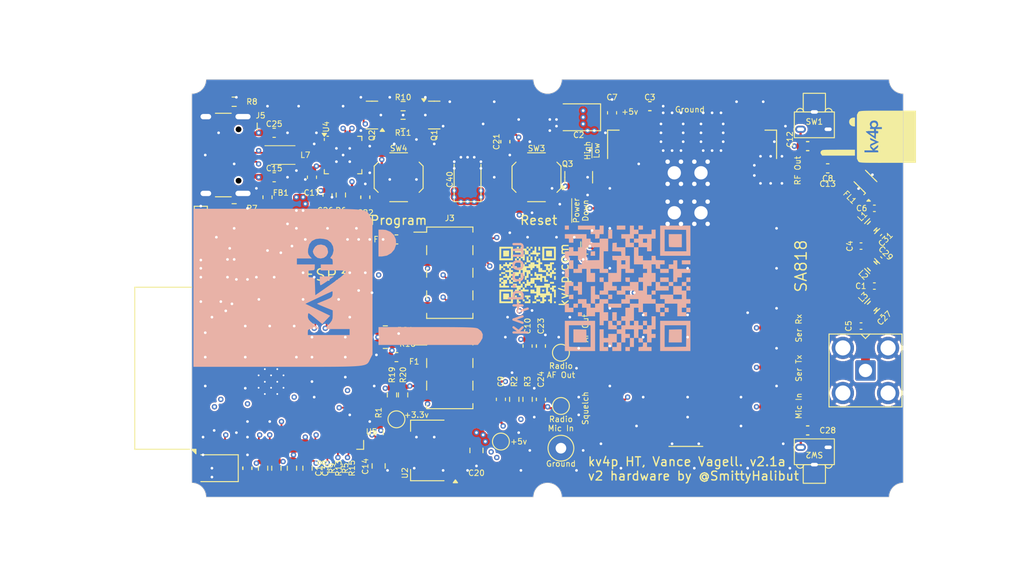
<source format=kicad_pcb>
(kicad_pcb (version 20240108) (generator "pcbnew") (generator_version "8.0")
  (title_block (title "kv4p HT") (date "2025-01-15") (rev "2.0d") (company "VanceVagell") (comment 1 "https://github.com/VanceVagell/kv4p-ht") (comment 2 "v2 hardware by @SmittyHalibut"))
  (layers (0 "F.Cu" signal) (1 "In1.Cu" signal) (2 "In2.Cu" signal) (31 "B.Cu" signal) (34 "B.Paste" user) (35 "F.Paste" user) (36 "B.SilkS" user "B.Silkscreen") (37 "F.SilkS" user "F.Silkscreen") (38 "B.Mask" user) (39 "F.Mask" user) (44 "Edge.Cuts" user))
  (net 0 "")
  (net 1 "GND")
  (net 2 "Net-(U5-IO25)")
  (net 3 "/Radio AF Out")
  (net 4 "Net-(U5-IO34)")
  (net 5 "/PTT Button Right")
  (net 6 "+3.3V")
  (net 7 "/PTT Button Left")
  (net 8 "Net-(FL1-OUT)")
  (net 9 "Net-(U4-VDD)")
  (net 10 "VBUS")
  (net 11 "/SAO SCK")
  (net 12 "/SAO SDA")
  (net 13 "Net-(U4-D-)")
  (net 14 "Net-(U4-D+)")
  (net 15 "Net-(J5-CC2)")
  (net 16 "Net-(J5-CC1)")
  (net 17 "Net-(Q1-B)")
  (net 18 "/~{RTS}")
  (net 19 "/Enable{slash}~{Reset}")
  (net 20 "Net-(C1-Pad2)")
  (net 21 "/~{DTR}")
  (net 22 "Net-(Q2-B)")
  (net 23 "/GPIO0{slash}~{Program}")
  (net 24 "Net-(Q3-G)")
  (net 25 "/Radio Power Hi-Z Hi{slash}~{Low}")
  (net 26 "/Radio Mic In")
  (net 27 "Net-(U4-~{RST})")
  (net 28 "/Radio Rx")
  (net 29 "/Radio Tx")
  (net 30 "/Radio Squelch Closed{slash}~{Open}")
  (net 31 "/Radio ~{Power Down}")
  (net 32 "/Radio ~{PTT}")
  (net 40 "Net-(C9-Pad1)")
  (net 41 "+5V")
  (net 50 "/USB Rx")
  (net 52 "/USB Tx")
  (net 57 "/GPIO35")
  (net 58 "/NeoPixel DI")
  (net 60 "/GPIO14")
  (net 64 "/GPIO12")
  (net 66 "/GPIO15")
  (net 67 "/GPIO32")
  (net 68 "/Stock LED")
  (net 69 "Net-(C29-Pad2)")
  (net 70 "Net-(U1-ANT)")
  (net 71 "/ADC Bias")
  (net 72 "/GPIO27")
  (net 73 "Net-(J5-D--PadA7)")
  (net 74 "Net-(J5-D+-PadA6)")
  (net 75 "Net-(FL1-IN)")
  (net 76 "Net-(J1-In)")
  (net 77 "Net-(D1-A)")
  (net 78 "/NeoPixel DO")
  (net 79 "Net-(J2-Pin_1)")
  (net 80 "Net-(J3-Pin_1)")
  (footprint "Capacitor_SMD:C_0603_1608Metric" (layer "F.Cu") (at 196.22 114.25 -90)
    (property "Reference" "C39" (hide yes))
    (property "Value" "220pF Tune UHF")
  )
  (footprint "Capacitor_Tantalum_SMD:CP_EIA-3528-21_Kemet-B" (layer "F.Cu") (at 221 81.7875 90)
    (property "Reference" "C40")
    (property "Value" "100uF 6.3v")
  )
  (footprint "Capacitor_Tantalum_SMD:CP_EIA-3528-21_Kemet-B" (layer "F.Cu") (at 233.5 74.75 180)
    (property "Reference" "C2")
    (property "Value" "100uF 6.3v")
  )
  (footprint "Resistor_SMD:R_0603_1608Metric" (layer "F.Cu") (at 266.5 87 -135)
    (property "Reference" "R17" (hide yes))
    (property "Value" "0R")
  )
  (footprint "Resistor_SMD:R_0603_1608Metric" (layer "F.Cu") (at 212.5 106 -90)
    (property "Reference" "R19")
    (property "Value" "1.2k")
  )
  (footprint "TestPoint:TestPoint_Pad_D1.5mm" (layer "F.Cu") (at 213 108.75 90)
    (property "Reference" "TP2" (hide yes))
    (property "Value" "+3.3v")
  )
  (footprint "Capacitor_SMD:C_0603_1608Metric" (layer "F.Cu") (at 196.25 114.25 90)
    (property "Reference" "C38")
    (property "Value" "2.2nF Tuned VHF")
  )
  (footprint "kv4p-ht:SW-Push-SPST-Horizontal-C455252" (layer "F.Cu") (at 260 73.75)
    (property "Reference" "SW1")
    (property "Value" "PTT")
  )
  (footprint "Capacitor_SMD:C_0805_2012Metric" (layer "F.Cu") (at 222 112.25 90)
    (property "Reference" "C20")
    (property "Value" "10uF")
  )
  (footprint "kv4p-ht:L_0805_2115Metric (Murata Inductors)" (layer "F.Cu") (at 266.5 91.5 135)
    (property "Reference" "L2")
    (property "Value" "30nH")
  )
  (footprint "Fuse:Fuse_0603_1608Metric" (layer "F.Cu") (at 213 101.75)
    (property "Reference" "F1")
    (property "Value" "100mA")
  )
  (footprint "Package_TO_SOT_SMD:SOT-23" (layer "F.Cu") (at 233.5 81.5 90)
    (property "Reference" "Q3")
    (property "Value" "AO3400A")
  )
  (footprint "Connector_PinHeader_2.54mm:PinHeader_2x04_P2.54mm_Vertical_SMD" (layer "F.Cu") (at 219 92.25)
    (property "Reference" "J3")
    (property "Value" "GPIO Header")
  )
  (footprint "Capacitor_SMD:C_0603_1608Metric" (layer "F.Cu") (at 209.5 83.75 90)
    (property "Reference" "C22")
    (property "Value" "2.2nF Tuned VHF")
  )
  (footprint "Capacitor_SMD:C_0402_1005Metric" (layer "F.Cu") (at 265.25 89.25)
    (property "Reference" "C4")
    (property "Value" "16pF")
  )
  (footprint "kv4p-ht:L_0805_2115Metric (Murata Inductors)" (layer "F.Cu") (at 266.5 96 45)
    (property "Reference" "L3")
    (property "Value" "43nH")
  )
  (footprint "Button_Switch_SMD:SW_SPST_TL3342" (layer "F.Cu") (at 228.75 81.5 90)
    (property "Reference" "SW3")
    (property "Value" "Reset")
  )
  (footprint "Connector_Coaxial:SMA_Amphenol_901-143_Horizontal" (layer "F.Cu") (at 265.75 103.25 -90)
    (property "Reference" "J1" (hide yes))
    (property "Value" "Antenna" (hide yes))
  )
  (footprint "Capacitor_SMD:C_0603_1608Metric" (layer "F.Cu") (at 209.5 83.75 -90)
    (property "Reference" "C34" (hide yes))
    (property "Value" "220pF Tune UHF")
  )
  (footprint "Capacitor_SMD:C_0603_1608Metric" (layer "F.Cu") (at 229.25 106.5 90)
    (property "Reference" "C24")
    (property "Value" "2.2nF Tuned VHF")
  )
  (footprint "Resistor_SMD:R_0603_1608Metric" (layer "F.Cu") (at 226.25 106.5 90)
    (property "Reference" "R2")
    (property "Value" "10k")
  )
  (footprint "Resistor_SMD:R_0603_1608Metric" (layer "F.Cu") (at 266.5 91.5 -45)
    (property "Reference" "R14" (hide yes))
    (property "Value" "0R")
  )
  (footprint "kv4p-ht:SW-Push-SPST-Horizontal-C455252" (layer "F.Cu") (at 260 114.25 180)
    (property "Reference" "SW2")
    (property "Value" "PTT")
  )
  (footprint "Connector_USB:USB_C_Receptacle_HCTL_HC-TYPE-C-16P-01A" (layer "F.Cu") (at 192.64 79 -90)
    (property "Reference" "J5")
    (property "Value" "USB-C Socket")
  )
  (footprint "Capacitor_SMD:C_0603_1608Metric" (layer "F.Cu") (at 237.25 74.25 90)
    (property "Reference" "C7")
    (property "Value" "100nF")
  )
  (footprint "Resistor_SMD:R_0603_1608Metric" (layer "F.Cu") (at 194.75 85)
    (property "Reference" "R7")
    (property "Value" "5.1k")
  )
  (footprint "Inductor_SMD:L_CommonMode_Wurth_WE-CNSW-1206" (layer "F.Cu") (at 200.25 79)
    (property "Reference" "L7")
    (property "Value" "CMCC")
  )
  (footprint "Capacitor_SMD:C_0402_1005Metric" (layer "F.Cu") (at 267.25 87.75 45)
    (property "Reference" "C31")
    (property "Value" "11pF")
  )
  (footprint "Package_TO_SOT_SMD:SOT-23" (layer "F.Cu") (at 210.25 74.5 180)
    (property "Reference" "Q2")
    (property "Value" "SS8050")
  )
  (footprint "Inductor_SMD:L_0603_1608Metric" (layer "F.Cu") (at 266.5 96 45)
    (property "Reference" "L4" (hide yes))
    (property "Value" "~")
  )
  (footprint "Capacitor_SMD:C_0603_1608Metric" (layer "F.Cu") (at 205.25 83.5 -90)
    (property "Reference" "C26")
    (property "Value" "100nF")
  )
  (footprint "Capacitor_SMD:C_0603_1608Metric" (layer "F.Cu") (at 259.25 78)
    (property "Reference" "C12")
    (property "Value" "2.2nF Tuned VHF")
  )
  (footprint "Capacitor_SMD:C_0603_1608Metric" (layer "F.Cu") (at 203.5 81.5 -90)
    (property "Reference" "C17")
    (property "Value" "1uF")
  )
  (footprint "Fuse:Fuse_0603_1608Metric" (layer "F.Cu") (at 213 88.5)
    (property "Reference" "F2")
    (property "Value" "100mA")
  )
  (footprint "Resistor_SMD:R_0603_1608Metric" (layer "F.Cu") (at 227.75 106.5 -90)
    (property "Reference" "R3")
    (property "Value" "1.2k")
  )
  (footprint "Capacitor_SMD:C_0603_1608Metric" (layer "F.Cu") (at 241.5 73.5)
    (property "Reference" "C3")
    (property "Value" "2.2nF Tuned VHF")
  )
  (footprint "Inductor_SMD:L_0603_1608Metric" (layer "F.Cu") (at 266.5 91.5 135)
    (property "Reference" "L5" (hide yes))
    (property "Value" "~")
  )
  (footprint "Capacitor_SMD:C_0603_1608Metric" (layer "F.Cu") (at 229.25 106.5 -90)
    (property "Reference" "C32" (hide yes))
    (property "Value" "220pF Tune UHF")
  )
  (footprint "Capacitor_SMD:C_0603_1608Metric" (layer "F.Cu") (at 241.5 73.5 180)
    (property "Reference" "C30" (hide yes))
    (property "Value" "220pF Tune UHF")
  )
  (footprint "Capacitor_SMD:C_0603_1608Metric" (layer "F.Cu") (at 259.25 110)
    (property "Reference" "C28")
    (property "Value" "2.2nF Tuned VHF")
  )
  (footprint "Resistor_SMD:R_1206_3216Metric" (layer "F.Cu") (at 265.75 82 -45)
    (property "Reference" "R4" (hide yes))
    (property "Value" "0R")
  )
  (footprint "TestPoint:TestPoint_Pad_D1.5mm" (layer "F.Cu") (at 224.75 111.25)
    (property "Reference" "TP1" (hide yes))
    (property "Value" "+5v")
  )
  (footprint "Capacitor_SMD:C_0603_1608Metric" (layer "F.Cu") (at 225.25 77.5 90)
    (property "Reference" "C37" (hide yes))
    (property "Value" "220pF Tune UHF")
  )
  (footprint "kv4p-ht:DORJI_DRA818V" (layer "F.Cu") (at 246.25 94 90)
    (property "Reference" "U1" (hide yes))
    (property "Value" "DRA/SA818")
  )
  (footprint "kv4p-ht:qr-code" (layer "F.Cu") (at 227.75 92.5)
    (property "Reference" "G***" (hide yes))
    (property "Value" "LOGO" (hide yes))
  )
  (footprint "Capacitor_SMD:C_0805_2012Metric" (layer "F.Cu") (at 201.75 85.5 90)
    (property "Reference" "C19")
    (property "Value" "10uF")
  )
  (footprint "Filter:Filter_Mini-Circuits_FV1206" (layer "F.Cu") (at 265.75 82 135)
    (property "Reference" "FL1")
    (property "Value" "LFCN-490+")
  )
  (footprint "Capacitor_SMD:C_0603_1608Metric" (layer "F.Cu") (at 261.5 80.5 180)
    (property "Reference" "C8")
    (property "Value" "2.2nF Tuned VHF" (hide yes))
  )
  (footprint "Resistor_SMD:R_0603_1608Metric" (layer "F.Cu") (at 206.75 83.5 -90)
    (property "Reference" "R6")
    (property "Value" "1.2k")
  )
  (footprint "Package_TO_SOT_SMD:SOT-23" (layer "F.Cu") (at 217.25 74.5)
    (property "Reference" "Q1")
    (property "Value" "SS8050")
  )
  (footprint "LED_SMD:LED_0603_1608Metric" (layer "F.Cu") (at 191 86.25 -90)
    (property "Reference" "D1")
    (property "Value" "Red")
  )
  (footprint "kv4p-ht:kv4p_logo-white" (layer "F.Cu") (at 266 77 90)
    (property "Reference" "G***")
    (property "Value" "LOGO" (hide yes))
  )
  (footprint "Capacitor_SMD:C_0603_1608Metric" (layer "F.Cu") (at 199.25 81.5 180)
    (property "Reference" "C15")
    (property "Value" "100pF")
  )
  (footprint "Capacitor_SMD:C_0603_1608Metric" (layer "F.Cu") (at 200 85.5 -90)
    (property "Reference" "C18")
    (property "Value" "100nF")
  )
  (footprint "Resistor_SMD:R_0603_1608Metric" (layer "F.Cu") (at 198 114.25 -90)
    (property "Reference" "R9")
    (property "Value" "10k")
  )
  (footprint "Resistor_SMD:R_0603_1608Metric" (layer "F.Cu") (at 194.75 73)
    (property "Reference" "R8")
    (property "Value" "5.1k")
  )
  (footprint "Capacitor_SMD:C_0603_1608Metric" (layer "F.Cu") (at 225.25 77.5 -90)
    (property "Reference" "C21")
    (property "Value" "2.2nF Tuned VHF")
  )
  (footprint "Libraries:LED_SK6805_SIDE" (layer "F.Cu") (at 190.2875 90.25 -90)
    (property "Reference" "D2")
    (property "Value" "SK6812SIDE-4020")
  )
  (footprint "Resistor_SMD:R_0603_1608Metric" (layer "F.Cu") (at 211.75 98.75)
    (property "Reference" "R21")
    (property "Value" "100k")
  )
  (footprint "Resistor_SMD:R_0603_1608Metric" (layer "F.Cu") (at 193.25 87.25 180)
    (property "Reference" "R18")
    (property "Value" "1.2k")
  )
  (footprint "Resistor_SMD:R_0603_1608Metric" (layer "F.Cu") (at 213.75 75.5)
    (property "Reference" "R11")
    (property "Value" "10k")
  )
  (footprint "Capacitor_SMD:C_0805_2012Metric" (layer "F.Cu") (at 211 114 90)
    (property "Reference" "C14")
    (property "Value" "10uF")
  )
  (footprint "Capacitor_SMD:C_0402_1005Metric" (layer "F.Cu") (at 267.277817 90.777817 135)
    (property "Reference" "C29")
    (property "Value" "13pF")
  )
  (footprint "RF_Module:ESP32-WROOM-32D" (layer "F.Cu") (at 199.43 103 90)
    (property "Reference" "U5")
    (property "Value" "ESP32-WROOM-32E-N4")
  )
  (footprint "kv4p-ht:L_0805_2115Metric (Murata Inductors)" (layer "F.Cu") (at 266.5 87 45)
    (property "Reference" "L1")
    (property "Value" "27nH")
  )
  (footprint "Capacitor_SMD:C_0402_1005Metric" (layer "F.Cu") (at 266.75 93.75)
    (property "Reference" "C1")
    (property "Value" "18pF")
  )
  (footprint "Capacitor_SMD:C_0603_1608Metric" (layer "F.Cu") (at 229.25 100.5 90)
    (property "Reference" "C23")
    (property "Value" "2.2nF Tuned VHF")
  )
  (footprint "Resistor_SMD:R_0603_1608Metric" (layer "F.Cu") (at 199.5 114.25 -90)
    (property "Reference" "R13")
    (property "Value" "10k")
  )
  (footprint "Capacitor_SMD:C_0603_1608Metric" (layer "F.Cu") (at 199.25 76.5 180)
    (property "Reference" "C25")
    (property "Value" "100pF")
  )
  (footprint "Capacitor_SMD:C_0603_1608Metric" (layer "F.Cu") (at 261.5 80.5 180)
    (property "Reference" "C13")
    (property "Value" "220pF Tune UHF")
  )
  (footprint "Capacitor_Tantalum_SMD:CP_EIA-3528-21_Kemet-B" (layer "F.Cu") (at 192.75 114.25 180)
    (property "Reference" "C16")
    (property "Value" "100uF 6.3v")
  )
  (footprint "Capacitor_SMD:C_0402_1005Metric" (layer "F.Cu") (at 267.25 96.75 45)
    (property "Reference" "C27")
    (property "Value" "2.7pF")
  )
  (footprint "Capacitor_SMD:C_0402_1005Metric" (layer "F.Cu") (at 266.75 85)
    (property "Reference" "C6")
    (property "Value" "5.1pF")
  )
  (footprint "Resistor_SMD:R_0603_1608Metric" (layer "F.Cu") (at 213.75 73.5 180)
    (property "Reference" "R10")
    (property "Value" "10k")
  )
  (footprint "Resistor_SMD:R_0603_1608Metric" (layer "F.Cu") (at 213.75 106 -90)
    (property "Reference" "R20")
    (property "Value" "1.2k")
  )
  (footprint "Capacitor_SMD:C_0603_1608Metric" (layer "F.Cu") (at 227.75 100.5 -90)
    (property "Reference" "C10")
    (property "Value" "1uF")
  )
  (footprint "Resistor_SMD:R_0603_1608Metric" (layer "F.Cu") (at 203 114.25 90)
    (property "Reference" "R15")
    (property "Value" "10k")
  )
  (footprint "Resistor_SMD:R_0603_1608Metric" (layer "F.Cu") (at 211.75 100.25 180)
    (property "Reference" "R16")
    (property "Value" "100k")
  )
  (footprint "Resistor_SMD:R_0603_1608Metric" (layer "F.Cu") (at 266.5 96 -135)
    (property "Reference" "R12" (hide yes))
    (property "Value" "0R")
  )
  (footprint "Button_Switch_SMD:SW_SPST_TL3342" (layer "F.Cu") (at 213.25 81.5 90)
    (property "Reference" "SW4")
    (property "Value" "Program")
  )
  (footprint "Inductor_SMD:L_0603_1608Metric" (layer "F.Cu") (at 198.5 83.75 -90)
    (property "Reference" "FB1")
    (property "Value" "Ferrite Bead, 1A")
  )
  (footprint "Capacitor_SMD:C_0603_1608Metric" (layer "F.Cu") (at 259.25 78 180)
    (property "Reference" "C35" (hide yes))
    (property "Value" "220pF Tune UHF")
  )
  (footprint "Capacitor_SMD:C_0603_1608Metric" (layer "F.Cu") (at 193.25 90.75 -90)
    (property "Reference" "C11")
    (property "Value" "100nF")
  )
  (footprint "Package_DFN_QFN:QFN-24-1EP_4x4mm_P0.5mm_EP2.6x2.6mm" (layer "F.Cu") (at 207 79)
    (property "Reference" "U4")
    (property "Value" "CP2102N-A02-GQFN24")
  )
  (footprint "Resistor_SMD:R_0603_1608Metric" (layer "F.Cu") (at 201.25 114.25 90)
    (property "Reference" "R5")
    (property "Value" "10k")
  )
  (footprint "Package_TO_SOT_SMD:SOT-223-3_TabPin2" (layer "F.Cu") (at 216.5 112.25 180)
    (property "Reference" "U2")
    (property "Value" "AZ1117H-3.3TRG1")
  )
  (footprint "Capacitor_SMD:C_0603_1608Metric" (layer "F.Cu") (at 259.25 110 180)
    (property "Reference" "C36" (hide yes))
    (property "Value" "220pF Tune UHF")
  )
  (footprint "Resistor_SMD:R_0603_1608Metric" (layer "F.Cu") (at 211 110.25 90)
    (property "Reference" "R1")
    (property "Value" "100k")
  )
  (footprint "Inductor_SMD:L_0603_1608Metric" (layer "F.Cu") (at 266.5 87 45)
    (property "Reference" "L6" (hide yes))
    (property "Value" "~" (hide yes))
  )
  (footprint "Capacitor_SMD:C_0603_1608Metric" (layer "F.Cu") (at 229.25 100.5 -90)
    (property "Reference" "C33" (hide yes))
    (property "Value" "220pF Tune UHF")
  )
  (footprint "Capacitor_SMD:C_0402_1005Metric" (layer "F.Cu") (at 265.25 98.25)
    (property "Reference" "C5")
    (property "Value" "10pF")
  )
  (footprint "TestPoint:TestPoint_Pad_D1.5mm" (layer "F.Cu") (at 231.5 101.25)
    (property "Reference" "TP5" (hide yes))
    (property "Value" "Radio AF Out" (hide yes))
  )
  (footprint "TestPoint:TestPoint_THTPad_D2.5mm_Drill1.2mm" (layer "F.Cu") (at 231.5 112)
    (property "Reference" "TP3" (hide yes))
    (property "Value" "Gnd")
  )
  (footprint "Connector_PinHeader_2.54mm:PinHeader_2x03_P2.54mm_Vertical_SMD" (layer "F.Cu") (at 219 103.68)
    (property "Reference" "J2")
    (property "Value" "SAO v.69bis")
  )
  (footprint "Capacitor_SMD:C_0603_1608Metric" (layer "F.Cu") (at 224.75 106.5 -90)
    (property "Reference" "C9")
    (property "Value" "1uF")
  )
  (footprint "TestPoint:TestPoint_Pad_D1.5mm" (layer "F.Cu") (at 231.5 107.25 -90)
    (property "Reference" "TP4" (hide yes))
    (property "Value" "Radio Mic")
  )
  (footprint "kv4p-ht:kv4p_logo-white" (layer "B.Cu") (at 206.505 94 90)
    (property "Reference" "G***")
    (property "Value" "LOGO" (hide yes))
  )
  (footprint "kv4p-ht:qr-code" (layer "B.Cu") (at 239 94 90)
    (property "Reference" "G***" (hide yes))
    (property "Value" "LOGO" (hide yes))
  )
  (gr_line (start 191.6 117.5) (end 228.4 117.5) (stroke (width 0.05)) (layer "Edge.Cuts"))
  (gr_line (start 270 115.9) (end 270 72.1) (stroke (width 0.05)) (layer "Edge.Cuts"))
  (gr_arc (start 268.4 117.5) (mid 268.868629 116.368629) (end 270 115.9) (stroke (width 0.05)) (layer "Edge.Cuts"))
  (gr_line (start 268.4 70.5) (end 231.6 70.5) (stroke (width 0.05)) (layer "Edge.Cuts"))
  (gr_arc (start 231.6 70.5) (mid 230 72.1) (end 228.4 70.5) (stroke (width 0.05)) (layer "Edge.Cuts"))
  (gr_arc (start 270 72.1) (mid 268.868629 71.631371) (end 268.4 70.5) (stroke (width 0.05)) (layer "Edge.Cuts"))
  (gr_line (start 228.4 70.5) (end 191.6 70.5) (stroke (width 0.05)) (layer "Edge.Cuts"))
  (gr_arc (start 228.4 117.5) (mid 230 115.9) (end 231.6 117.5) (stroke (width 0.05)) (layer "Edge.Cuts"))
  (gr_arc (start 191.6 70.5) (mid 191.131371 71.631371) (end 190 72.1) (stroke (width 0.05)) (layer "Edge.Cuts"))
  (gr_line (start 231.6 117.5) (end 268.4 117.5) (stroke (width 0.05)) (layer "Edge.Cuts"))
  (gr_line (start 190 72.1) (end 190 115.9) (stroke (width 0.05)) (layer "Edge.Cuts"))
  (gr_arc (start 190 115.9) (mid 191.131371 116.368629) (end 191.6 117.5) (stroke (width 0.05)) (layer "Edge.Cuts"))
  (gr_text "kv4p.com" (at 227.75 94 -90) (layer "B.SilkS") (effects (font (size 1.524 1.524) (thickness 0.254) (bold yes)) (justify top mirror)))
  (gr_text "Radio\nMic In" (at 231.5 109.25 0) (layer "F.SilkS") (effects (font (size 0.635 0.635) (thickness 0.1016))))
  (gr_text "Ser Rx" (at 258.25 98.5 90) (layer "F.SilkS") (effects (font (size 0.635 0.635) (thickness 0.1016))))
  (gr_text "RF Out" (at 258.5 80.75 90) (layer "F.SilkS") (effects (font (size 0.635 0.635) (thickness 0.1016)) (justify bottom)))
  (gr_text "Ground" (at 246 74.25 0) (layer "F.SilkS") (effects (font (size 0.635 0.635) (thickness 0.1016)) (justify bottom)))
  (gr_text "Squelch" (at 234.25 107.5 90) (layer "F.SilkS") (effects (font (size 0.635 0.635) (thickness 0.1016))))
  (gr_text "AF Out" (at 234.25 98.5 90) (layer "F.SilkS") (effects (font (size 0.635 0.635) (thickness 0.1016))))
  (gr_text "+5v" (at 239.25 74.5 0) (layer "F.SilkS") (effects (font (size 0.635 0.635) (thickness 0.1016)) (justify bottom)))
  (gr_text "Ser Tx" (at 258.25 103 90) (layer "F.SilkS") (effects (font (size 0.635 0.635) (thickness 0.1016))))
  (gr_text "Reset" (at 229 85.75 0) (layer "F.SilkS") (effects (font (size 1.016 1.016) (thickness 0.1524)) (justify top)))
  (gr_text "Mic In" (at 258.25 107.25 90) (layer "F.SilkS") (effects (font (size 0.635 0.635) (thickness 0.1016))))
  (gr_text "~{PTT}" (at 234.25 89.5 90) (layer "F.SilkS") (effects (font (size 0.635 0.635) (thickness 0.1016))))
  (gr_text "~{Power}\nDown" (at 233.75 85.25 90) (layer "F.SilkS") (effects (font (size 0.635 0.635) (thickness 0.1016))))
  (gr_text "kv4p HT, Vance Vagell. v2.1a\nv2 hardware by @SmittyHalibut" (at 234.445 114.32 0) (layer "F.SilkS") (effects (font (size 1 1)) (justify left)))
  (gr_text "High\n~{Low}" (at 235 78.5 90) (layer "F.SilkS") (effects (font (size 0.635 0.635) (thickness 0.1016))))
  (gr_text "Radio\nAF Out" (at 231.5 103.25 0) (layer "F.SilkS") (effects (font (size 0.635 0.635) (thickness 0.1016))))
  (gr_text "Ground" (at 231.5 113.75 0) (layer "F.SilkS") (effects (font (size 0.635 0.635) (thickness 0.1016))))
  (gr_text "Program" (at 213.25 85.75 0) (layer "F.SilkS") (effects (font (size 1.016 1.016) (thickness 0.1524)) (justify top)))
  (gr_text "kv4p.com" (at 231.25 92.5 90) (layer "F.SilkS") (effects (font (size 1.016 1.016) (thickness 0.1524)) (justify top)))
  (gr_text "ESP32" (at 205.75 92.5 0) (layer "F.SilkS") (effects (font (size 1.27 1.27))))
  (gr_text "SA818" (at 258.5 91.5 90) (layer "F.SilkS") (effects (font (size 1.27 1.27))))
  (segment (start 248.675 76.5) (end 248.55 76.375) (width 0.762) (layer "F.Cu") (net 1))
  (segment (start 248.425 76.5) (end 248.55 76.375) (width 0.762) (layer "F.Cu") (net 1))
  (segment (start 244 76.425) (end 243.95 76.375) (width 0.762) (layer "F.Cu") (net 1))
  (segment (start 191.25 111.68) (end 191.18 111.75) (width 0.762) (layer "F.Cu") (net 1))
  (segment (start 242.75 76.5) (end 243.825 76.5) (width 0.762) (layer "F.Cu") (net 1))
  (segment (start 191.25 112.75) (end 191.25 114.2125) (width 0.762) (layer "F.Cu") (net 1))
  (segment (start 244 74.25) (end 244 76.325) (width 0.762) (layer "F.Cu") (net 1))
  (segment (start 248.5 76.325) (end 248.55 76.375) (width 0.762) (layer "F.Cu") (net 1))
  (segment (start 244 76.325) (end 243.95 76.375) (width 0.762) (layer "F.Cu") (net 1))
  (segment (start 191.25 111.82) (end 191.18 111.75) (width 0.762) (layer "F.Cu") (net 1))
  (segment (start 245.25 76.5) (end 244.075 76.5) (width 0.762) (layer "F.Cu") (net 1))
  (segment (start 191.25 114.2125) (end 191.2125 114.25) (width 0.762) (layer "F.Cu") (net 1))
  (segment (start 191.25 112.75) (end 191.25 111.82) (width 0.762) (layer "F.Cu") (net 1))
  (segment (start 191.25 110.75) (end 191.25 111.68) (width 0.762) (layer "F.Cu") (net 1))
  (segment (start 196.25 112.75) (end 196.25 113.475) (width 0.762) (layer "F.Cu") (net 1))
  (segment (start 248.5 78.5) (end 248.5 76.425) (width 0.762) (layer "F.Cu") (net 1))
  (segment (start 248.5 74.25) (end 248.5 76.325) (width 0.762) (layer "F.Cu") (net 1))
  (segment (start 244.075 76.5) (end 243.95 76.375) (width 0.762) (layer "F.Cu") (net 1))
  (segment (start 196.25 110.75) (end 196.25 111.74) (width 0.762) (layer "F.Cu") (net 1))
  (segment (start 244 78.5) (end 244 76.425) (width 0.762) (layer "F.Cu") (net 1))
  (segment (start 248.5 76.425) (end 248.55 76.375) (width 0.762) (layer "F.Cu") (net 1))
  (segment (start 247.25 76.5) (end 248.425 76.5) (width 0.762) (layer "F.Cu") (net 1))
  (segment (start 249.75 76.5) (end 248.675 76.5) (width 0.762) (layer "F.Cu") (net 1))
  (segment (start 196.25 111.74) (end 196.26 111.75) (width 0.762) (layer "F.Cu") (net 1))
  (segment (start 196.26 111.75) (end 196.26 112.74) (width 0.762) (layer "F.Cu") (net 1))
  (segment (start 196.26 112.74) (end 196.25 112.75) (width 0.762) (layer "F.Cu") (net 1))
  (segment (start 243.825 76.5) (end 243.95 76.375) (width 0.762) (layer "F.Cu") (net 1))
  (via (at 203.75 92.75) (size 0.6) (drill 0.3) (layers "F.Cu" "B.Cu") (net 1))
  (via (at 191 91.75) (size 0.6) (drill 0.3) (layers "F.Cu" "B.Cu") (net 1))
  (via (at 233.5 100.75) (size 0.6) (drill 0.3) (layers "F.Cu" "B.Cu") (net 1))
  (via (at 207 79) (size 0.6) (drill 0.3) (layers "F.Cu" "B.Cu") (net 1))
  (via (at 210 109) (size 0.6) (drill 0.3) (layers "F.Cu" "B.Cu") (net 1))
  (via (at 227 114.5) (size 0.6) (drill 0.3) (layers "F.Cu" "B.Cu") (net 1))
  (via (at 196 101.75) (size 0.6) (drill 0.3) (layers "F.Cu" "B.Cu") (net 1))
  (via (at 240.75 97) (size 0.6) (drill 0.3) (layers "F.Cu" "B.Cu") (net 1))
  (via (at 233.25 103) (size 0.6) (drill 0.3) (layers "F.Cu" "B.Cu") (net 1))
  (via (at 238.25 114.25) (size 0.6) (drill 0.3) (layers "F.Cu" "B.Cu") (net 1))
  (via (at 201.5 98.25) (size 0.6) (drill 0.3) (layers "F.Cu" "B.Cu") (net 1))
  (via (at 199.25 92.75) (size 0.6) (drill 0.3) (layers "F.Cu" "B.Cu") (net 1))
  (via (at 207.25 101.75) (size 0.6) (drill 0.3) (layers "F.Cu" "B.Cu") (net 1))
  (via (at 192.25 115.25) (size 0.6) (drill 0.3) (layers "F.Cu" "B.Cu") (net 1))
  (via (at 193 76.5) (size 0.6) (drill 0.3) (layers "F.Cu" "B.Cu") (net 1))
  (via (at 194 90.75) (size 0.6) (drill 0.3) (layers "F.Cu" "B.Cu") (net 1))
  (via (at 255.5 77.5) (size 0.6) (drill 0.3) (layers "F.Cu" "B.Cu") (net 1))
  (via (at 210 88.5) (size 0.6) (drill 0.3) (layers "F.Cu" "B.Cu") (net 1))
  (via (at 248.5 78.5) (size 0.6) (drill 0.3) (layers "F.Cu" "B.Cu") (net 1))
  (via (at 249.75 77.5) (size 0.6) (drill 0.3) (layers "F.Cu" "B.Cu") (net 1))
  (via (at 249.5 74.25) (size 0.6) (drill 0.3) (layers "F.Cu" "B.Cu") (net 1))
  (via (at 245.75 99.5) (size 0.6) (drill 0.3) (layers "F.Cu" "B.Cu") (net 1))
  (via (at 231.25 99.5) (size 0.6) (drill 0.3) (layers "F.Cu" "B.Cu") (net 1))
  (via (at 200.75 81.5) (size 0.6) (drill 0.3) (layers "F.Cu" "B.Cu") (net 1))
  (via (at 208.5 87.25) (size 0.6) (drill 0.3) (layers "F.Cu" "B.Cu") (net 1))
  (via (at 200.75 76.5) (size 0.6) (drill 0.3) (layers "F.Cu" "B.Cu") (net 1))
  (via (at 253.25 81.3) (size 0.6) (drill 0.3) (layers "F.Cu" "B.Cu") (net 1))
  (via (at 243 78.5) (size 0.6) (drill 0.3) (layers "F.Cu" "B.Cu") (net 1))
  (via (at 221 79.25) (size 0.6) (drill 0.3) (layers "F.Cu" "B.Cu") (net 1))
  (via (at 237 105) (size 0.6) (drill 0.3) (layers "F.Cu" "B.Cu") (net 1))
  (via (at 215 114.25) (size 0.6) (drill 0.3) (layers "F.Cu" "B.Cu") (net 1))
  (via (at 237 96.25) (size 0.6) (drill 0.3) (layers "F.Cu" "B.Cu") (net 1))
  (via (at 240 109.5) (size 0.6) (drill 0.3) (layers "F.Cu" "B.Cu") (net 1))
  (via (at 224 81.5) (size 0.6) (drill 0.3) (layers "F.Cu" "B.Cu") (net 1))
  (via (at 245.75 97) (size 0.6) (drill 0.3) (layers "F.Cu" "B.Cu") (net 1))
  (via (at 228.5 105.25) (size 0.6) (drill 0.3) (layers "F.Cu" "B.Cu") (net 1))
  (via (at 198.5 73.5) (size 0.6) (drill 0.3) (layers "F.Cu" "B.Cu") (net 1))
  (via (at 218.25 75.75) (size 0.6) (drill 0.3) (layers "F.Cu" "B.Cu") (net 1))
  (via (at 203.5 104.5) (size 0.6) (drill 0.3) (layers "F.Cu" "B.Cu") (net 1))
  (via (at 247.25 77.5) (size 0.6) (drill 0.3) (layers "F.Cu" "B.Cu") (net 1))
  (via (at 213.25 99.1) (size 0.6) (drill 0.3) (layers "F.Cu" "B.Cu") (net 1))
  (via (at 247.5 74.25) (size 0.6) (drill 0.3) (layers "F.Cu" "B.Cu") (net 1))
  (via (at 240.75 99.5) (size 0.6) (drill 0.3) (layers "F.Cu" "B.Cu") (net 1))
  (via (at 216.25 74.5) (size 0.6) (drill 0.3) (layers "F.Cu" "B.Cu") (net 1))
  (via (at 224 73) (size 0.6) (drill 0.3) (layers "F.Cu" "B.Cu") (net 1))
  (via (at 234.5 83.5) (size 0.6) (drill 0.3) (layers "F.Cu" "B.Cu") (net 1))
  (via (at 197.25 82.75) (size 0.6) (drill 0.3) (layers "F.Cu" "B.Cu") (net 1))
  (via (at 234.75 78.5) (size 0.6) (drill 0.3) (layers "F.Cu" "B.Cu") (net 1))
  (via (at 205.25 87.25) (size 0.6) (drill 0.3) (layers "F.Cu" "B.Cu") (net 1))
  (via (at 243 73.5) (size 0.6) (drill 0.3) (layers "F.Cu" "B.Cu") (net 1))
  (via (at 196 98.25) (size 0.6) (drill 0.3) (layers "F.Cu" "B.Cu") (net 1))
  (via (at 228.5 108.5) (size 0.6) (drill 0.3) (layers "F.Cu" "B.Cu") (net 1))
  (via (at 220.25 79.25) (size 0.6) (drill 0.3) (layers "F.Cu" "B.Cu") (net 1))
  (via (at 202 73.5) (size 0.6) (drill 0.3) (layers "F.Cu" "B.Cu") (net 1))
  (via (at 204 76.5) (size 0.6) (drill 0.3) (layers "F.Cu" "B.Cu") (net 1))
  (via (at 245.75 91.75) (size 0.6) (drill 0.3) (layers "F.Cu" "B.Cu") (net 1))
  (via (at 237 82.75) (size 0.6) (drill 0.3) (layers "F.Cu" "B.Cu") (net 1))
  (via (at 195 72.5) (size 0.6) (drill 0.3) (layers "F.Cu" "B.Cu") (net 1))
  (via (at 215.25 110.75) (size 0.6) (drill 0.3) (layers "F.Cu" "B.Cu") (net 1))
  (via (at 207.25 99.5) (size 0.6) (drill 0.3) (layers "F.Cu" "B.Cu") (net 1))
  (via (at 244 78.5) (size 0.6) (drill 0.3) (layers "F.Cu" "B.Cu") (net 1))
  (via (at 226.75 75) (size 0.6) (drill 0.3) (layers "F.Cu" "B.Cu") (net 1))
  (via (at 212.25 72.5) (size 0.6) (drill 0.3) (layers "F.Cu" "B.Cu") (net 1))
  (via (at 249.75 75.5) (size 0.6) (drill 0.3) (layers "F.Cu" "B.Cu") (net 1))
  (via (at 236.5 76.5) (size 0.6) (drill 0.3) (layers "F.Cu" "B.Cu") (net 1))
  (via (at 216.25 72.5) (size 0.6) (drill 0.3) (layers "F.Cu" "B.Cu") (net 1))
  (via (at 226.75 110.25) (size 0.6) (drill 0.3) (layers "F.Cu" "B.Cu") (net 1))
  (via (at 197.25 92.75) (size 0.6) (drill 0.3) (layers "F.Cu" "B.Cu") (net 1))
  (via (at 227.75 88.25) (size 0.6) (drill 0.3) (layers "F.Cu" "B.Cu") (net 1))
  (via (at 233.5 108.25) (size 0.6) (drill 0.3) (layers "F.Cu" "B.Cu") (net 1))
  (via (at 207.25 104) (size 0.6) (drill 0.3) (layers "F.Cu" "B.Cu") (net 1))
  (via (at 256.75 75.75) (size 0.6) (drill 0.3) (layers "F.Cu" "B.Cu") (net 1))
  (via (at 212.25 81.75) (size 0.6) (drill 0.3) (layers "F.Cu" "B.Cu") (net 1))
  (via (at 196.25 112.75) (size 0.6) (drill 0.3) (layers "F.Cu" "B.Cu") (net 1))
  (via (at 245.75 108.5) (size 0.6) (drill 0.3) (layers "F.Cu" "B.Cu") (net 1))
  (via (at 240.25 80) (size 0.6) (drill 0.3) (layers "F.Cu" "B.Cu") (net 1))
  (via (at 201.75 80.75) (size 0.6) (drill 0.3) (layers "F.Cu" "B.Cu") (net 1))
  (via (at 234 112.25) (size 0.6) (drill 0.3) (layers "F.Cu" "B.Cu") (net 1))
  (via (at 257.25 114.25) (size 0.6) (drill 0.3) (layers "F.Cu" "B.Cu") (net 1))
  (via (at 255.75 91.75) (size 0.6) (drill 0.3) (layers "F.Cu" "B.Cu") (net 1))
  (via (at 221 114.5) (size 0.6) (drill 0.3) (layers "F.Cu" "B.Cu") (net 1))
  (via (at 192.5 110) (size 0.6) (drill 0.3) (layers "F.Cu" "B.Cu") (net 1))
  (via (at 196.25 85) (size 0.6) (drill 0.3) (layers "F.Cu" "B.Cu") (net 1))
  (via (at 203.5 101.75) (size 0.6) (drill 0.3) (layers "F.Cu" "B.Cu") (net 1))
  (via (at 247 111.5) (size 0.6) (drill 0.3) (layers "F.Cu" "B.Cu") (net 1))
  (via (at 251.25 73) (size 0.6) (drill 0.3) (layers "F.Cu" "B.Cu") (net 1))
  (via (at 211.25 74.5) (size 0.6) (drill 0.3) (layers "F.Cu" "B.Cu") (net 1))
  (via (at 255.75 96.25) (size 0.6) (drill 0.3) (layers "F.Cu" "B.Cu") (net 1))
  (via (at 207.75 79.75) (size 0.6) (drill 0.3) (layers "F.Cu" "B.Cu") (net 1))
  (via (at 195 110.25) (size 0.6) (drill 0.3) (layers "F.Cu" "B.Cu") (net 1))
  (via (at 225.25 99.5) (size 0.6) (drill 0.3) (layers "F.Cu" "B.Cu") (net 1))
  (via (at 198.75 98.25) (size 0.6) (drill 0.3) (layers "F.Cu" "B.Cu") (net 1))
  (via (at 230.5 82.75) (size 0.6) (drill 0.3) (layers "F.Cu" "B.Cu") (net 1))
  (via (at 191.5 105) (size 0.6) (drill 0.3) (layers "F.Cu" "B.Cu") (net 1))
  (via (at 198.5 89.75) (size 0.6) (drill 0.3) (layers "F.Cu" "B.Cu") (net 1))
  (via (at 233.25 114.5) (size 0.6) (drill 0.3) (layers "F.Cu" "B.Cu") (net 1))
  (via (at 237 87.25) (size 0.6) (drill 0.3) (layers "F.Cu" "B.Cu") (net 1))
  (via (at 256.356 79.141) (size 0.6) (drill 0.3) (layers "F.Cu" "B.Cu") (net 1))
  (via (at 255.086 82.189) (size 0.6) (drill 0.3) (layers "F.Cu" "B.Cu") (net 1))
  (via (at 221.75 79.25) (size 0.6) (drill 0.3) (layers "F.Cu" "B.Cu") (net 1))
  (via (at 231.75 92.25) (size 0.6) (drill 0.3) (layers "F.Cu" "B.Cu") (net 1))
  (via (at 191 84.75) (size 0.6) (drill 0.3) (layers "F.Cu" "B.Cu") (net 1))
  (via (at 256.5 111.5) (size 0.6) (drill 0.3) (layers "F.Cu" "B.Cu") (net 1))
  (via (at 231.373 84.533942) (size 0.6) (drill 0.3) (layers "F.Cu" "B.Cu") (net 1))
  (via (at 203.5 99.5) (size 0.6) (drill 0.3) (layers "F.Cu" "B.Cu") (net 1))
  (via (at 255.086 79.141) (size 0.6) (drill 0.3) (layers "F.Cu" "B.Cu") (net 1))
  (via (at 253.943 79.141) (size 0.6) (drill 0.3) (layers "F.Cu" "B.Cu") (net 1))
  (via (at 225.75 87.75) (size 0.6) (drill 0.3) (layers "F.Cu" "B.Cu") (net 1))
  (via (at 228 77.5) (size 0.6) (drill 0.3) (layers "F.Cu" "B.Cu") (net 1))
  (via (at 202.75 88.5) (size 0.6) (drill 0.3) (layers "F.Cu" "B.Cu") (net 1))
  (via (at 225.75 79) (size 0.6) (drill 0.3) (layers "F.Cu" "B.Cu") (net 1))
  (via (at 191.5 79) (size 0.6) (drill 0.3) (layers "F.Cu" "B.Cu") (net 1))
  (via (at 255.75 87.25) (size 0.6) (drill 0.3) (layers "F.Cu" "B.Cu") (net 1))
  (via (at 219 73) (size 0.6) (drill 0.3) (layers "F.Cu" "B.Cu") (net 1))
  (via (at 242.75 75.5) (size 0.6) (drill 0.3) (layers "F.Cu" "B.Cu") (net 1))
  (via (at 192.25 114.25) (size 0.6) (drill 0.3) (layers "F.Cu" "B.Cu") (net 1))
  (via (at 230.25 76.25) (size 0.6) (drill 0.3) (layers "F.Cu" "B.Cu") (net 1))
  (via (at 191.25 112.75) (size 0.6) (drill 0.3) (layers "F.Cu" "B.Cu") (net 1))
  (via (at 207.75 92.25) (size 0.6) (drill 0.3) (layers "F.Cu" "B.Cu") (net 1))
  (via (at 246.5 114.25) (size 0.6) (drill 0.3) (layers "F.Cu" "B.Cu") (net 1))
  (via (at 231 75) (size 0.6) (drill 0.3) (layers "F.Cu" "B.Cu") (net 1))
  (via (at 228 112.25) (size 0.6) (drill 0.3) (layers "F.Cu" "B.Cu") (net 1))
  (via (at 243 74.25) (size 0.6) (drill 0.3) (layers "F.Cu" "B.Cu") (net 1))
  (via (at 191.5 99) (size 0.6) (drill 0.3) (layers "F.Cu" "B.Cu") (net 1))
  (via (at 207.5 88.5) (size 0.6) (drill 0.3) (layers "F.Cu" "B.Cu") (net 1))
  (via (at 251.75 109.5) (size 0.6) (drill 0.3) (layers "F.Cu" "B.Cu") (net 1))
  (via (at 201.75 87.25) (size 0.6) (drill 0.3) (layers "F.Cu" "B.Cu") (net 1))
  (via (at 249.5 78.5) (size 0.6) (drill 0.3) (layers "F.Cu" "B.Cu") (net 1))
  (via (at 256.356 82.189) (size 0.6) (drill 0.3) (layers "F.Cu" "B.Cu") (net 1))
  (via (at 212 114.5) (size 0.6) (drill 0.3) (layers "F.Cu" "B.Cu") (net 1))
  (via (at 228.25 96.5) (size 0.6) (drill 0.3) (layers "F.Cu" "B.Cu") (net 1))
  (via (at 254.25 73) (size 0.6) (drill 0.3) (layers "F.Cu" "B.Cu") (net 1))
  (via (at 210 81) (size 0.6) (drill 0.3) (layers "F.Cu" "B.Cu") (net 1))
  (via (at 232.5 97.25) (size 0.6) (drill 0.3) (layers "F.Cu" "B.Cu") (net 1))
  (via (at 218.25 114.5) (size 0.6) (drill 0.3) (layers "F.Cu" "B.Cu") (net 1))
  (via (at 237.25 72.75) (size 0.6) (drill 0.3) (layers "F.Cu" "B.Cu") (net 1))
  (via (at 234.5 81.5) (size 0.6) (drill 0.3) (layers "F.Cu" "B.Cu") (net 1))
  (via (at 215.25 81.75) (size 0.6) (drill 0.3) (layers "F.Cu" "B.Cu") (net 1))
  (via (at 233.5 106.25) (size 0.6) (drill 0.3) (layers "F.Cu" "B.Cu") (net 1))
  (via (at 247.25 76.5) (size 0.6) (drill 0.3) (layers "F.Cu" "B.Cu") (net 1))
  (via (at 206.25 78.25) (size 0.6) (drill 0.3) (layers "F.Cu" "B.Cu") (net 1))
  (via (at 245 74.25) (size 0.6) (drill 0.3) (layers "F.Cu" "B.Cu") (net 1))
  (via (at 247.5 78.5) (size 0.6) (drill 0.3) (layers "F.Cu" "B.Cu") (net 1))
  (via (at 255.75 105) (size 0.6) (drill 0.3) (layers "F.Cu" "B.Cu") (net 1))
  (via (at 191.25 110.75) (size 0.6) (drill 0.3) (layers "F.Cu" "B.Cu") (net 1))
  (via (at 240.75 106.25) (size 0.6) (drill 0.3) (layers "F.Cu" "B.Cu") (net 1))
  (via (at 219.5 79.75) (size 0.6) (drill 0.3) (layers "F.Cu" "B.Cu") (net 1))
  (via (at 205.75 83.75) (size 0.6) (drill 0.3) (layers "F.Cu" "B.Cu") (net 1))
  (via (at 207.75 108.25) (size 0.6) (drill 0.3) (layers "F.Cu" "B.Cu") (net 1))
  (via (at 253.25 80.157) (size 0.6) (drill 0.3) (layers "F.Cu" "B.Cu") (net 1))
  (via (at 251.75 106.25) (size 0.6) (drill 0.3) (layers "F.Cu" "B.Cu") (net 1))
  (via (at 222 114) (size 0.6) (drill 0.3) (layers "F.Cu" "B.Cu") (net 1))
  (via (at 210 78) (size 0.6) (drill 0.3) (layers "F.Cu" "B.Cu") (net 1))
  (via (at 225.5 97.25) (size 0.6) (drill 0.3) (layers "F.Cu" "B.Cu") (net 1))
  (via (at 231 75.75) (size 0.6) (drill 0.3) (layers "F.Cu" "B.Cu") (net 1))
  (via (at 207.75 78.25) (size 0.6) (drill 0.3) (layers "F.Cu" "B.Cu") (net 1))
  (via (at 201.75 101.75) (size 0.6) (drill 0.3) (layers "F.Cu" "B.Cu") (net 1))
  (via (at 215.25 77.25) (size 0.6) (drill 0.3) (layers "F.Cu" "B.Cu") (net 1))
  (via (at 245.25 77.5) (size 0.6) (drill 0.3) (layers "F.Cu" "B.Cu") (net 1))
  (via (at 245 78.5) (size 0.6) (drill 0.3) (layers "F.Cu" "B.Cu") (net 1))
  (via (at 209 76.25) (size 0.6) (drill 0.3) (layers "F.Cu" "B.Cu") (net 1))
  (via (at 229.75 99.25) (size 0.6) (drill 0.3) (layers "F.Cu" "B.Cu") (net 1))
  (via (at 255.75 100.75) (size 0.6) (drill 0.3) (layers "F.Cu" "B.Cu") (net 1))
  (via (at 244 111.5) (size 0.6) (drill 0.3) (layers "F.Cu" "B.Cu") (net 1))
  (via (at 212.75 77.75) (size 0.6) (drill 0.3) (layers "F.Cu" "B.Cu") (net 1))
  (via (at 210.5 105) (size 0.6) (drill 0.3) (layers "F.Cu" "B.Cu") (net 1))
  (via (at 217.25 110.75) (size 0.6) (drill 0.3) (layers "F.Cu" "B.Cu") (net 1))
  (via (at 237 91.75) (size 0.6) (drill 0.3) (layers "F.Cu" "B.Cu") (net 1))
  (via (at 194.75 80) (size 0.6) (drill 0.3) (layers "F.Cu" "B.Cu") (net 1))
  (via (at 242.75 76.5) (size 0.6) (drill 0.3) (layers "F.Cu" "B.Cu") (net 1))
  (via (at 206.25 79.75) (size 0.6) (drill 0.3) (layers "F.Cu" "B.Cu") (net 1))
  (via (at 222.5 80.5) (size 0.6) (drill 0.3) (layers "F.Cu" "B.Cu") (net 1))
  (via (at 252.5 96.75) (size 0.6) (drill 0.3) (layers "F.Cu" "B.Cu") (net 1))
  (via (at 222.5 79.75) (size 0.6) (drill 0.3) (layers "F.Cu" "B.Cu") (net 1))
  (via (at 209.5 82.25) (size 0.6) (drill 0.3) (layers "F.Cu" "B.Cu") (net 1))
  (via (at 200.75 86.75) (size 0.6) (drill 0.3) (layers "F.Cu" "B.Cu") (net 1))
  (via (at 191.5 101.75) (size 0.6) (drill 0.3) (layers "F.Cu" "B.Cu") (net 1))
  (via (at 247.25 75.5) (size 0.6) (drill 0.3) (layers "F.Cu" "B.Cu") (net 1))
  (via (at 235 87.5) (size 0.6) (drill 0.3) (layers "F.Cu" "B.Cu") (net 1))
  (via (at 196.25 109) (size 0.6) (drill 0.3) (layers "F.Cu" "B.Cu") (net 1))
  (via (at 252.5 114.25) (size 0.6) (drill 0.3) (layers "F.Cu" "B.Cu") (net 1))
  (via (at 210.75 101.5) (size 0.6) (drill 0.3) (layers "F.Cu" "B.Cu") (net 1))
  (via (at 213.75 74.5) (size 0.6) (drill 0.3) (layers "F.Cu" "B.Cu") (net 1))
  (via (at 202.75 81.75) (size 0.6) (drill 0.3) (layers "F.Cu" "B.Cu") (net 1))
  (via (at 209.5 92.25) (size 0.6) (drill 0.3) (layers "F.Cu" "B.Cu") (net 1))
  (via (at 242.75 77.5) (size 0.6) (drill 0.3) (layers "F.Cu" "B.Cu") (net 1))
  (via (at 191 95.5) (size 0.6) (drill 0.3) (layers "F.Cu" "B.Cu") (net 1))
  (via (at 209 72.5) (size 0.6) (drill 0.3) (layers "F.Cu" "B.Cu") (net 1))
  (via (at 210.25 94.5) (size 0.6) (drill 0.3) (layers "F.Cu" "B.Cu") (net 1))
  (via (at 217.25 77.75) (size 0.6) (drill 0.3) (layers "F.Cu" "B.Cu") (net 1))
  (via (at 196 105.25) (size 0.6) (drill 0.3) (layers "F.Cu" "B.Cu") (net 1))
  (via (at 245.75 106.25) (size 0.6) (drill 0.3) (layers "F.Cu" "B.Cu") (net 1))
  (via (at 222.75 75.5) (size 0.6) (drill 0.3) (layers "F.Cu" "B.Cu") (net 1))
  (via (at 231 88.25) (size 0.6) (drill 0.3) (layers "F.Cu" "B.Cu") (net 1))
  (via (at 198.75 109) (size 0.6) (drill 0.3) (layers "F.Cu" "B.Cu") (net 1))
  (via (at 226 103.5) (size 0.6) (drill 0.3) (layers "F.Cu" "B.Cu") (net 1))
  (via (at 245.25 76.5) (size 0.6) (drill 0.3) (layers "F.Cu" "B.Cu") (net 1))
  (via (at 236 111.5) (size 0.6) (drill 0.3) (layers "F.Cu" "B.Cu") (net 1))
  (via (at 237 100.5) (size 0.6) (drill 0.3) (layers "F.Cu" "B.Cu") (net 1))
  (via (at 203.75 77.75) (size 0.6) (drill 0.3) (layers "F.Cu" "B.Cu") (net 1))
  (via (at 219.5 80.5) (size 0.6) (drill 0.3) (layers "F.Cu" "B.Cu") (net 1))
  (via (at 245.25 75.5) (size 0.6) (drill 0.3) (layers "F.Cu" "B.Cu") (net 1))
  (via (at 230.25 75) (size 0.6) (drill 0.3) (layers "F.Cu" "B.Cu") (net 1))
  (via (at 244 74.25) (size 0.6) (drill 0.3) (layers "F.Cu" "B.Cu") (net 1))
  (via (at 248.5 74.25) (size 0.6) (drill 0.3) (layers "F.Cu" "B.Cu") (net 1))
  (via (at 233 88.25) (size 0.6) (drill 0.3) (layers "F.Cu" "B.Cu") (net 1))
  (via (at 253.943 82.189) (size 0.6) (drill 0.3) (layers "F.Cu" "B.Cu") (net 1))
  (via (at 196.25 110.75) (size 0.6) (drill 0.3) (layers "F.Cu" "B.Cu") (net 1))
  (via (at 228.25 85.5) (size 0.6) (drill 0.3) (layers "F.Cu" "B.Cu") (net 1))
  (via (at 249.75 76.5) (size 0.6) (drill 0.3) (layers "F.Cu" "B.Cu") (net 1))
  (via (at 203.75 106.25) (size 0.6) (drill 0.3) (layers "F.Cu" "B.Cu") (net 1))
  (via (at 207 73.5) (size 0.6) (drill 0.3) (layers "F.Cu" "B.Cu") (net 1))
  (segment (start 202.75 110.75) (end 202.75 111.61) (width 0.254) (layer "F.Cu") (net 2))
  (segment (start 224.75 109.08) (end 224.92 109.25) (width 0.254) (layer "F.Cu") (net 2))
  (segment (start 202.75 111.61) (end 202.61 111.75) (width 0.254) (layer "F.Cu") (net 2))
  (segment (start 202.5 111.81) (end 202.61 111.7) (width 0.254) (layer "F.Cu") (net 2))
  (segment (start 224.75 107.275) (end 224.75 109.08) (width 0.254) (layer "F.Cu") (net 2))
  (via (at 202.75 110.75) (size 0.6) (drill 0.3) (layers "F.Cu" "B.Cu") (net 2))
  (via (at 225 109.5) (size 0.6) (drill 0.3) (layers "F.Cu" "B.Cu") (net 2))
  (segment (start 229.25 101.275) (end 231.475 101.275) (width 0.254) (layer "F.Cu") (net 3))
  (segment (start 231.475 101.275) (end 231.5 101.25) (width 0.254) (layer "F.Cu") (net 3))
  (segment (start 234.3 98.45) (end 236.925 98.45) (width 0.254) (layer "F.Cu") (net 3))
  (segment (start 229.25 101.275) (end 227.75 101.275) (width 0.254) (layer "F.Cu") (net 3))
  (segment (start 231.5 101.25) (end 234.3 98.45) (width 0.254) (layer "F.Cu") (net 3))
  (segment (start 211.25 109.675) (end 211 109.425) (width 0.254) (layer "F.Cu") (net 4))
  (segment (start 211.25 110) (end 211.25 109.675) (width 0.254) (layer "F.Cu") (net 4))
  (segment (start 197.53 111.75) (end 197.53 110.595) (width 0.2) (layer "F.Cu") (net 4))
  (segment (start 197.53 110.595) (end 197.615 110.51) (width 0.2) (layer "F.Cu") (net 4))
  (segment (start 227.75 99.725) (end 227.025 99.725) (width 0.254) (layer "F.Cu") (net 4))
  (segment (start 227.025 99.725) (end 227 99.75) (width 0.254) (layer "F.Cu") (net 4))
  (via (at 227 99.75) (size 0.6) (drill 0.3) (layers "F.Cu" "B.Cu") (net 4))
  (via (at 227 108.75) (size 0.6) (drill 0.3) (layers "F.Cu" "B.Cu") (net 4))
  (via (at 211.25 110) (size 0.6) (drill 0.3) (layers "F.Cu" "B.Cu") (net 4))
  (via (at 197.615 110.51) (size 0.6) (drill 0.3) (layers "F.Cu" "B.Cu") (net 4))
  (segment (start 258.45 77.975) (end 258.475 78) (width 0.254) (layer "F.Cu") (net 5))
  (segment (start 257.75 78) (end 258.475 78) (width 0.254) (layer "F.Cu") (net 5))
  (segment (start 202.75 94.39) (end 202.61 94.25) (width 0.254) (layer "F.Cu") (net 5))
  (segment (start 202.5 95.25) (end 202.5 94.36) (width 0.2) (layer "F.Cu") (net 5))
  (segment (start 202.5 94.14) (end 202.61 94.25) (width 0.254) (layer "F.Cu") (net 5))
  (segment (start 258.45 76.1) (end 258.45 77.975) (width 0.254) (layer "F.Cu") (net 5))
  (segment (start 202.75 94.11) (end 202.61 94.25) (width 0.254) (layer "F.Cu") (net 5))
  (segment (start 203.705 113.425) (end 203.965 113.685) (width 0.2) (layer "F.Cu") (net 5))
  (segment (start 202.5 92.25) (end 202.5 94.14) (width 0.254) (layer "F.Cu") (net 5))
  (segment (start 202.5 94.36) (end 202.61 94.25) (width 0.2) (layer "F.Cu") (net 5))
  (segment (start 203 113.425) (end 203.705 113.425) (width 0.2) (layer "F.Cu") (net 5))
  (via (at 257.75 78) (size 0.6) (drill 0.3) (layers "F.Cu" "B.Cu") (net 5))
  (via (at 203.965 113.685) (size 0.6) (drill 0.3) (layers "F.Cu" "B.Cu") (net 5))
  (via (at 191 92.75) (size 0.6) (drill 0.3) (layers "F.Cu" "B.Cu") (net 5))
  (via (at 202.5 92.25) (size 0.6) (drill 0.3) (layers "F.Cu" "B.Cu") (net 5))
  (via (at 202.5 95.25) (size 0.6) (drill 0.3) (layers "F.Cu" "B.Cu") (net 5))
  (segment (start 213.75 106.825) (end 213.5 106.825) (width 0.254) (layer "F.Cu") (net 6))
  (segment (start 192.45 111.7) (end 192.45 112.7) (width 1.016) (layer "F.Cu") (net 6))
  (segment (start 212.6 113) (end 209.5 113) (width 1.016) (layer "F.Cu") (net 6))
  (segment (start 219.65 112.25) (end 213.35 112.25) (width 1.016) (layer "F.Cu") (net 6))
  (segment (start 213 107.325) (end 212.5 106.825) (width 0.254) (layer "F.Cu") (net 6))
  (segment (start 194.99 113.5475) (end 194.2875 114.25) (width 0.254) (layer "F.Cu") (net 6))
  (segment (start 192.45 112.7) (end 194 114.25) (width 1.016) (layer "F.Cu") (net 6))
  (segment (start 213 108.75) (end 213 107.325) (width 0.254) (layer "F.Cu") (net 6))
  (segment (start 213 109) (end 213.35 109.35) (width 0.254) (layer "F.Cu") (net 6))
  (segment (start 213.5 106.825) (end 213 107.325) (width 0.254) (layer "F.Cu") (net 6))
  (segment (start 209.5 113) (end 207.5 115) (width 1.016) (layer "F.Cu") (net 6))
  (segment (start 207.5 115) (end 195.0375 115) (width 1.016) (layer "F.Cu") (net 6))
  (segment (start 194 114.25) (end 194.2875 114.25) (width 1.016) (layer "F.Cu") (net 6))
  (segment (start 195.0375 115) (end 194.2875 114.25) (width 1.016) (layer "F.Cu") (net 6))
  (segment (start 213.35 109.35) (end 213.35 112.25) (width 0.254) (layer "F.Cu") (net 6))
  (segment (start 213 108.75) (end 213 109) (width 0.254) (layer "F.Cu") (net 6))
  (segment (start 194.99 111.7) (end 194.99 113.5475) (width 0.254) (layer "F.Cu") (net 6))
  (segment (start 213.35 112.25) (end 212.6 113) (width 1.016) (layer "F.Cu") (net 6))
  (segment (start 201.34 113.265) (end 201.5 113.425) (width 0.254) (layer "F.Cu") (net 7))
  (segment (start 201.34 111.75) (end 201.34 113.265) (width 0.254) (layer "F.Cu") (net 7))
  (segment (start 258.475 110) (end 258.475 111.875) (width 0.254) (layer "F.Cu") (net 7))
  (segment (start 258.475 111.875) (end 258.45 111.9) (width 0.254) (layer "F.Cu") (net 7))
  (via (at 201.425 112.75) (size 0.6) (drill 0.3) (layers "F.Cu" "B.Cu") (net 7))
  (segment (start 262.275 80.5) (end 264.25 80.5) (width 0.9906) (layer "F.Cu") (net 8))
  (segment (start 264.25 80.5) (end 264.600951 80.850951) (width 0.9906) (layer "F.Cu") (net 8))
  (segment (start 204 80.25) (end 203.975 80.25) (width 0.254) (layer "F.Cu") (net 9))
  (segment (start 205.0625 80.25) (end 204 80.25) (width 0.254) (layer "F.Cu") (net 9))
  (segment (start 205.0625 79.75) (end 205.0625 80.25) (width 0.254) (layer "F.Cu") (net 9))
  (segment (start 208 83.075) (end 206.75 84.325) (width 0.254) (layer "F.Cu") (net 9))
  (segment (start 203.975 80.25) (end 203.5 80.725) (width 0.254) (layer "F.Cu") (net 9))
  (segment (start 208 82) (end 208 83.075) (width 0.254) (layer "F.Cu") (net 9))
  (via (at 208 82) (size 0.6) (drill 0.3) (layers "F.Cu" "B.Cu") (net 9))
  (via (at 204 80.25) (size 0.6) (drill 0.3) (layers "F.Cu" "B.Cu") (net 9))
  (segment (start 197.4 76.6) (end 197.5 76.5) (width 0.508) (layer "F.Cu") (net 10))
  (segment (start 198.5 82.9625) (end 198.5 81.525) (width 0.762) (layer "F.Cu") (net 10))
  (segment (start 197.4 81.4) (end 197.5 81.5) (width 0.508) (layer "F.Cu") (net 10))
  (segment (start 196.385 76.6) (end 197.4 76.6) (width 0.508) (layer "F.Cu") (net 10))
  (segment (start 198.475 81.5) (end 197.5 81.5) (width 0.762) (layer "F.Cu") (net 10))
  (segment (start 196.385 81.4) (end 197.4 81.4) (width 0.508) (layer "F.Cu") (net 10))
  (segment (start 198.475 76.5) (end 197.5 76.5) (width 0.762) (layer "F.Cu") (net 10))
  (segment (start 198.5 81.525) (end 198.475 81.5) (width 0.762) (layer "F.Cu") (net 10))
  (via (at 197.5 76.5) (size 0.6) (drill 0.3) (layers "F.Cu" "B.Cu") (net 10))
  (via (at 197.5 81.5) (size 0.6) (drill 0.3) (layers "F.Cu" "B.Cu") (net 10))
  (segment (start 193.72 95.03) (end 193.25 95.5) (width 0.2) (layer "F.Cu") (net 11))
  (segment (start 193.72 94.25) (end 193.72 95.03) (width 0.2) (layer "F.Cu") (net 11))
  (segment (start 214.5 105) (end 218.5 105) (width 0.254) (layer "F.Cu") (net 11))
  (segment (start 219.82 103.68) (end 221.525 103.68) (width 0.254) (layer "F.Cu") (net 11))
  (segment (start 214.325 105.175) (end 214.5 105) (width 0.254) (layer "F.Cu") (net 11))
  (segment (start 213.75 105.175) (end 214.325 105.175) (width 0.254) (layer "F.Cu") (net 11))
  (segment (start 218.5 105) (end 219.82 103.68) (width 0.254) (layer "F.Cu") (net 11))
  (via (at 193.25 95.5) (size 0.6) (drill 0.3) (layers "F.Cu" "B.Cu") (net 11))
  (via (at 193.25 106.5) (size 0.6) (drill 0.3) (layers "F.Cu" "B.Cu") (net 11))
  (via (at 214.5 105) (size 0.6) (drill 0.3) (layers "F.Cu" "B.Cu") (net 11))
  (segment (start 213.995 103.68) (end 212.5 105.175) (width 0.254) (layer "F.Cu") (net 12))
  (segment (start 197.53 95.25) (end 197.53 94.25) (width 0.2) (layer "F.Cu") (net 12))
  (segment (start 216.475 103.68) (end 213.995 103.68) (width 0.254) (layer "F.Cu") (net 12))
  (segment (start 211.75 105.25) (end 212.425 105.25) (width 0.2) (layer "F.Cu") (net 12))
  (segment (start 212.425 105.25) (end 212.5 105.175) (width 0.2) (layer "F.Cu") (net 12))
  (via (at 211.75 105.25) (size 0.6) (drill 0.3) (layers "F.Cu" "B.Cu") (net 12))
  (via (at 196.25 107) (size 0.6) (drill 0.3) (layers "F.Cu" "B.Cu") (net 12))
  (via (at 197.53 95.25) (size 0.6) (drill 0.3) (layers "F.Cu" "B.Cu") (net 12))
  (segment (start 201.85 79.25) (end 201.6 79.5) (width 0.254) (layer "F.Cu") (net 13))
  (segment (start 205.0625 79.25) (end 201.85 79.25) (width 0.254) (layer "F.Cu") (net 13))
  (segment (start 205.0625 78.75) (end 201.85 78.75) (width 0.254) (layer "F.Cu") (net 14))
  (segment (start 201.85 78.75) (end 201.6 78.5) (width 0.254) (layer "F.Cu") (net 14))
  (segment (start 193.925 81.825) (end 193.925 85) (width 0.254) (layer "F.Cu") (net 15))
  (segment (start 195 80.75) (end 193.925 81.825) (width 0.254) (layer "F.Cu") (net 15))
  (segment (start 196.385 80.75) (end 195 80.75) (width 0.254) (layer "F.Cu") (net 15))
  (segment (start 195 77.75) (end 193.925 76.675) (width 0.2) (layer "F.Cu") (net 16))
  (segment (start 193.925 76.675) (end 193.925 73) (width 0.2) (layer "F.Cu") (net 16))
  (segment (start 196.385 77.75) (end 195 77.75) (width 0.2) (layer "F.Cu") (net 16))
  (segment (start 214.625 73.55) (end 214.575 73.5) (width 0.254) (layer "F.Cu") (net 17))
  (segment (start 216.3125 73.55) (end 214.625 73.55) (width 0.254) (layer "F.Cu") (net 17))
  (segment (start 213.0125 77.0625) (end 214.575 75.5) (width 0.254) (layer "F.Cu") (net 18))
  (segment (start 216.3125 75.45) (end 214.625 75.45) (width 0.254) (layer "F.Cu") (net 18))
  (segment (start 208.25 77.0625) (end 213.0125 77.0625) (width 0.254) (layer "F.Cu") (net 18))
  (segment (start 214.625 75.45) (end 214.575 75.5) (width 0.254) (layer "F.Cu") (net 18))
  (segment (start 193.72 111.75) (end 193.72 110.595) (width 0.2) (layer "F.Cu") (net 19))
  (segment (start 193.75 111.67) (end 193.72 111.7) (width 0.254) (layer "F.Cu") (net 19))
  (segment (start 193.72 110.595) (end 193.805 110.51) (width 0.2) (layer "F.Cu") (net 19))
  (segment (start 197.25 113.685) (end 197.51 113.425) (width 0.254) (layer "F.Cu") (net 19))
  (segment (start 197.425 113.5) (end 197.25 113.675) (width 0.254) (layer "F.Cu") (net 19))
  (segment (start 226.75 78.25) (end 226.85 78.35) (width 0.254) (layer "F.Cu") (net 19))
  (segment (start 197.51 113.425) (end 198 113.425) (width 0.254) (layer "F.Cu") (net 19))
  (segment (start 226.85 84.65) (end 226.85 78.35) (width 0.254) (layer "F.Cu") (net 19))
  (segment (start 226.825 85.745) (end 226.825 84.675) (width 0.2) (layer "F.Cu") (net 19))
  (segment (start 226.475 76.725) (end 226.75 77) (width 0.2) (layer "F.Cu") (net 19))
  (segment (start 226.825 84.675) (end 226.85 84.65) (width 0.2) (layer "F.Cu") (net 19))
  (segment (start 223 74.5) (end 225.225 76.725) (width 0.2) (layer "F.Cu") (net 19))
  (segment (start 197.25 113.675) (end 197.25 113.685) (width 0.254) (layer "F.Cu") (net 19))
  (segment (start 226.75 77) (end 226.75 78.25) (width 0.254) (layer "F.Cu") (net 19))
  (segment (start 225.225 76.725) (end 226.475 76.725) (width 0.2) (layer "F.Cu") (net 19))
  (segment (start 218.1875 74.5) (end 223 74.5) (width 0.2) (layer "F.Cu") (net 19))
  (via (at 226.825 85.745) (size 0.6) (drill 0.3) (layers "F.Cu" "B.Cu") (net 19))
  (via (at 226.75 77) (size 0.6) (drill 0.3) (layers "F.Cu" "B.Cu") (net 19))
  (via (at 197.25 113.685) (size 0.6) (drill 0.3) (layers "F.Cu" "B.Cu") (net 19))
  (via (at 226.825 96.54) (size 0.6) (drill 0.3) (layers "F.Cu" "B.Cu") (net 19))
  (via (at 193.805 110.51) (size 0.6) (drill 0.3) (layers "F.Cu" "B.Cu") (net 19))
  (via (at 193.805 96.54) (size 0.6) (drill 0.3) (layers "F.Cu" "B.Cu") (net 19))
  (segment (start 267.589411 95.975717) (end 267.589411 96.410589) (width 0.508) (layer "F.Cu") (net 20))
  (segment (start 267.617228 91.496466) (end 267.056847 92.056847) (width 0.508) (layer "F.Cu") (net 20))
  (segment (start 267.25 92.305634) (end 267.277817 92.277817) (width 0.9906) (layer "F.Cu") (net 20))
  (segment (start 267.277817 95.222183) (end 267.25 95.194366) (width 0.9906) (layer "F.Cu") (net 20))
  (segment (start 267.056847 95.443153) (end 267.589411 95.975717) (width 0.508) (layer "F.Cu") (net 20))
  (segment (start 267.25 95.194366) (end 267.25 92.305634) (width 0.9906) (layer "F.Cu") (net 20))
  (segment (start 267.617228 91.117228) (end 267.617228 91.496466) (width 0.508) (layer "F.Cu") (net 20))
  (segment (start 208.5 73.5) (end 211.1375 73.5) (width 0.254) (layer "F.Cu") (net 21))
  (segment (start 212.875 73.55) (end 212.925 73.5) (width 0.254) (layer "F.Cu") (net 21))
  (segment (start 211.1375 73.5) (end 211.1875 73.55) (width 0.254) (layer "F.Cu") (net 21))
  (segment (start 206.25 75.75) (end 208.5 73.5) (width 0.254) (layer "F.Cu") (net 21))
  (segment (start 211.1875 73.55) (end 212.875 73.55) (width 0.254) (layer "F.Cu") (net 21))
  (segment (start 206.25 77.0625) (end 206.25 75.75) (width 0.254) (layer "F.Cu") (net 21))
  (segment (start 211.1875 75.45) (end 212.875 75.45) (width 0.254) (layer "F.Cu") (net 22))
  (segment (start 212.875 75.45) (end 212.925 75.5) (width 0.254) (layer "F.Cu") (net 22))
  (segment (start 209.5 87.75) (end 209.5 84.525) (width 0.2) (layer "F.Cu") (net 23))
  (segment (start 211.35 84.65) (end 209.625 84.65) (width 0.254) (layer "F.Cu") (net 23))
  (segment (start 209.3125 74.5) (end 209.3125 75.3125) (width 0.2) (layer "F.Cu") (net 23))
  (segment (start 211.25 78.25) (end 211.35 78.35) (width 0.254) (layer "F.Cu") (net 23))
  (segment (start 209.275 84.75) (end 209.5 84.525) (width 0.2) (layer "F.Cu") (net 23))
  (segment (start 199.5 113.425) (end 200.175 113.425) (width 0.2) (layer "F.Cu") (net 23))
  (segment (start 200.175 113.425) (end 200.25 113.5) (width 0.2) (layer "F.Cu") (net 23))
  (segment (start 207.69 94.25) (end 208.75 94.25) (width 0.2) (layer "F.Cu") (net 23))
  (segment (start 209.625 84.65) (end 209.5 84.525) (width 0.254) (layer "F.Cu") (net 23))
  (segment (start 209.3125 75.3125) (end 209.5 75.5) (width 0.2) (layer "F.Cu") (net 23))
  (segment (start 211.35 78.35) (end 211.35 84.65) (width 0.254) (layer "F.Cu") (net 23))
  (segment (start 208.75 88.5) (end 209.5 87.75) (width 0.2) (layer "F.Cu") (net 23))
  (via (at 200.25 113.5) (size 0.6) (drill 0.3) (layers "F.Cu" "B.Cu") (net 23))
  (via (at 208.75 94.25) (size 0.6) (drill 0.3) (layers "F.Cu" "B.Cu") (net 23))
  (via (at 211.35 79.5) (size 0.6) (drill 0.3) (layers "F.Cu" "B.Cu") (net 23))
  (via (at 201.5 106.25) (size 0.6) (drill 0.3) (layers "F.Cu" "B.Cu") (net 23))
  (via (at 208.75 88.5) (size 0.6) (drill 0.3) (layers "F.Cu" "B.Cu") (net 23))
  (via (at 207.5 105.5) (size 0.6) (drill 0.3) (layers "F.Cu" "B.Cu") (net 23))
  (via (at 209.5 75.5) (size 0.6) (drill 0.3) (layers "F.Cu" "B.Cu") (net 23))
  (segment (start 232.55 82.4375) (end 232.0625 82.4375) (width 0.254) (layer "F.Cu") (net 24))
  (segment (start 192.5 94.25) (end 192.45 94.2) (width 0.254) (layer "F.Cu") (net 24))
  (segment (start 192.45 93.55) (end 192.45 94.25) (width 0.254) (layer "F.Cu") (net 24))
  (segment (start 193.25 92.75) (end 192.45 93.55) (width 0.254) (layer "F.Cu") (net 24))
  (segment (start 232.0625 82.4375) (end 232 82.5) (width 0.254) (layer "F.Cu") (net 24))
  (segment (start 194 92.75) (end 193.25 92.75) (width 0.254) (layer "F.Cu") (net 24))
  (via (at 194.75 90.75) (size 0.6) (drill 0.3) (layers "F.Cu" "B.Cu") (net 24))
  (via (at 194 92.75) (size 0.6) (drill 0.3) (layers "F.Cu" "B.Cu") (net 24))
  (via (at 232 82.5) (size 0.6) (drill 0.3) (layers "F.Cu" "B.Cu") (net 24))
  (via (at 232 90.75) (size 0.6) (drill 0.3) (layers "F.Cu" "B.Cu") (net 24))
  (segment (start 236.925 80.65) (end 233.5875 80.65) (width 0.254) (layer "F.Cu") (net 25))
  (segment (start 233.5875 80.65) (end 233.5 80.5625) (width 0.254) (layer "F.Cu") (net 25))
  (segment (start 230 107.5) (end 231.25 107.5) (width 0.254) (layer "F.Cu") (net 26))
  (segment (start 226.25 107.325) (end 227.75 107.325) (width 0.254) (layer "F.Cu") (net 26))
  (segment (start 253.495 107.335) (end 253.65 107.35) (width 0.254) (layer "F.Cu") (net 26))
  (segment (start 229.2 107.325) (end 229.25 107.275) (width 0.254) (layer "F.Cu") (net 26))
  (segment (start 230 107.5) (end 229.775 107.275) (width 0.254) (layer "F.Cu") (net 26))
  (segment (start 231.25 107.5) (end 231.5 107.25) (width 0.254) (layer "F.Cu") (net 26))
  (segment (start 229.775 107.275) (end 229.25 107.275) (width 0.254) (layer "F.Cu") (net 26))
  (segment (start 253.65 107.35) (end 255.575 107.35) (width 0.254) (layer "F.Cu") (net 26))
  (segment (start 227.75 107.325) (end 229.2 107.325) (width 0.254) (layer "F.Cu") (net 26))
  (via (at 253.495 107.335) (size 0.6) (drill 0.3) (layers "F.Cu" "B.Cu") (net 26))
  (via (at 230 107.335) (size 0.6) (drill 0.3) (layers "F.Cu" "B.Cu") (net 26))
  (segment (start 206.75 80.9375) (end 206.75 82.675) (width 0.254) (layer "F.Cu") (net 27))
  (segment (start 204 94.08) (end 203.88 94.2) (width 0.254) (layer "F.Cu") (net 28))
  (segment (start 253.495 98.45) (end 253.45 98.45) (width 0.254) (layer "F.Cu") (net 28))
  (segment (start 203.88 98.37) (end 203.75 98.5) (width 0.2) (layer "F.Cu") (net 28))
  (segment (start 253.45 98.45) (end 255.575 98.45) (width 0.254) (layer "F.Cu") (net 28))
  (segment (start 203.88 94.25) (end 203.88 98.37) (width 0.2) (layer "F.Cu") (net 28))
  (via (at 203.75 98.5) (size 0.6) (drill 0.3) (layers "F.Cu" "B.Cu") (net 28))
  (via (at 253.495 98.45) (size 0.6) (drill 0.3) (layers "F.Cu" "B.Cu") (net 28))
  (segment (start 205.25 94.1) (end 205.15 94.2) (width 0.254) (layer "F.Cu") (net 29))
  (segment (start 205.15 94.25) (end 205.15 98.35) (width 0.2) (layer "F.Cu") (net 29))
  (segment (start 253.495 102.9) (end 253.4 102.9) (width 0.254) (layer "F.Cu") (net 29))
  (segment (start 253.4 102.9) (end 255.575 102.9) (width 0.254) (layer "F.Cu") (net 29))
  (segment (start 205.15 98.35) (end 205 98.5) (width 0.2) (layer "F.Cu") (net 29))
  (via (at 205 98.5) (size 0.6) (drill 0.3) (layers "F.Cu" "B.Cu") (net 29))
  (via (at 253.495 102.9) (size 0.6) (drill 0.3) (layers "F.Cu" "B.Cu") (net 29))
  (segment (start 239 106.25) (end 237.9 107.35) (width 0.2) (layer "F.Cu") (net 30))
  (segment (start 237.9 107.35) (end 236.925 107.35) (width 0.2) (layer "F.Cu") (net 30))
  (segment (start 206.42 94.25) (end 206.42 95.17) (width 0.2) (layer "F.Cu") (net 30))
  (segment (start 206.42 95.17) (end 206.5 95.25) (width 0.2) (layer "F.Cu") (net 30))
  (via (at 239.75 94.5) (size 0.6) (drill 0.3) (layers "F.Cu" "B.Cu") (net 30))
  (via (at 239 106.25) (size 0.6) (drill 0.3) (layers "F.Cu" "B.Cu") (net 30))
  (via (at 206.5 95.25) (size 0.6) (drill 0.3) (layers "F.Cu" "B.Cu") (net 30))
  (segment (start 200.07 90.07) (end 200 90) (width 0.2) (layer "F.Cu") (net 31))
  (segment (start 200.07 94.25) (end 200.07 90.07) (width 0.2) (layer "F.Cu") (net 31))
  (segment (start 236.825 85) (end 236.925 85.1) (width 0.254) (layer "F.Cu") (net 31))
  (segment (start 234.75 85) (end 236.825 85) (width 0.254) (layer "F.Cu") (net 31))
  (via (at 234.75 85) (size 0.6) (drill 0.3) (layers "F.Cu" "B.Cu") (net 31))
  (via (at 200 90) (size 0.6) (drill 0.3) (layers "F.Cu" "B.Cu") (net 31))
  (via (at 234 90.75) (size 0.6) (drill 0.3) (layers "F.Cu" "B.Cu") (net 31))
  (segment (start 201.34 89.34) (end 201.34 94.25) (width 0.254) (layer "F.Cu") (net 32))
  (segment (start 235.05 89.55) (end 234.75 89.25) (width 0.254) (layer "F.Cu") (net 32))
  (segment (start 201.5 94.04) (end 201.34 94.2) (width 0.254) (layer "F.Cu") (net 32))
  (segment (start 236.925 89.55) (end 235.05 89.55) (width 0.254) (layer "F.Cu") (net 32))
  (segment (start 201.25 89.25) (end 201.34 89.34) (width 0.254) (layer "F.Cu") (net 32))
  (via (at 234.75 89.25) (size 0.6) (drill 0.3) (layers "F.Cu" "B.Cu") (net 32))
  (via (at 201.25 89.25) (size 0.6) (drill 0.3) (layers "F.Cu" "B.Cu") (net 32))
  (segment (start 226.25 105.675) (end 224.8 105.675) (width 0.254) (layer "F.Cu") (net 40))
  (segment (start 224.8 105.675) (end 224.75 105.725) (width 0.254) (layer "F.Cu") (net 40))
  (segment (start 222 110.25) (end 222 111.3) (width 1.016) (layer "F.Cu") (net 41))
  (segment (start 234 75.75) (end 234 75.5) (width 1.016) (layer "F.Cu") (net 41))
  (segment (start 201.75 84.5) (end 202.5 83.75) (width 0.762) (layer "F.Cu") (net 41))
  (segment (start 201.75 84.55) (end 201.8 84.55) (width 0.762) (layer "F.Cu") (net 41))
  (segment (start 222.175 83.325) (end 222.5 83) (width 0.762) (layer "F.Cu") (net 41))
  (segment (start 222.05 111.25) (end 222 111.3) (width 1.016) (layer "F.Cu") (net 41))
  (segment (start 235.0375 74.75) (end 235.0375 75.7125) (width 1.016) (layer "F.Cu") (net 41))
  (segment (start 205.75 80.9375) (end 206.25 80.9375) (width 0.254) (layer "F.Cu") (net 41))
  (segment (start 239.35 74.875) (end 239.35 76.375) (width 1.016) (layer "F.Cu") (net 41))
  (segment (start 219.5 83.75) (end 220 84.25) (width 0.762) (layer "F.Cu") (net 41))
  (segment (start 221 83.325) (end 222.075 83.325) (width 0.762) (layer "F.Cu") (net 41))
  (segment (start 222.75 110.5) (end 222.75 110.55) (width 0.762) (layer "F.Cu") (net 41))
  (segment (start 238 75.025) (end 239.35 76.375) (width 1.016) (layer "F.Cu") (net 41))
  (segment (start 221 83.325) (end 220.25 84.075) (width 0.762) (layer "F.Cu") (net 41))
  (segment (start 222.075 83.325) (end 222.5 83.75) (width 0.762) (layer "F.Cu") (net 41))
  (segment (start 202.75 85) (end 202.75 84.5) (width 0.762) (layer "F.Cu") (net 41))
  (segment (start 204.5 83) (end 204.975 83) (width 0.508) (layer "F.Cu") (net 41))
  (segment (start 220.25 84.25) (end 221.75 84.25) (width 0.762) (layer "F.Cu") (net 41))
  (segment (start 193.25 89.975) (end 194.25 89.5) (width 0.508) (layer "F.Cu") (net 41))
  (segment (start 235.25 76.25) (end 235.25 74.9625) (width 1.016) (layer "F.Cu") (net 41))
  (segment (start 237.25 75.025) (end 235.3125 75.025) (width 1.016) (layer "F.Cu") (net 41))
  (segment (start 193.075 89.8) (end 193.25 89.975) (width 0.508) (layer "F.Cu") (net 41))
  (segment (start 221 83.325) (end 222.175 83.325) (width 0.762) (layer "F.Cu") (net 41))
  (segment (start 235.3125 75.025) (end 235.0375 74.75) (width 1.016) (layer "F.Cu") (net 41))
  (segment (start 201.75 83.75) (end 202.5 83.75) (width 0.762) (layer "F.Cu") (net 41))
  (segment (start 220 84.25) (end 220.25 84.25) (width 0.762) (layer "F.Cu") (net 41))
  (segment (start 222 84.25) (end 222.5 83.75) (width 0.762) (layer "F.Cu") (net 41))
  (segment (start 219.65 109.95) (end 220.65 109.95) (width 1.016) (layer "F.Cu") (net 41))
  (segment (start 235.25 74.9625) (end 235.0375 74.75) (width 1.016) (layer "F.Cu") (net 41))
  (segment (start 224.75 111.25) (end 223 111.25) (width 0.254) (layer "F.Cu") (net 41))
  (segment (start 202.75 84.5) (end 202.75 84) (width 0.762) (layer "F.Cu") (net 41))
  (segment (start 235.25 76.25) (end 234.5 76.25) (width 1.016) (layer "F.Cu") (net 41))
  (segment (start 235.0375 75.7125) (end 234.5 76.25) (width 1.016) (layer "F.Cu") (net 41))
  (segment (start 237.25 75.025) (end 238 75.025) (width 1.016) (layer "F.Cu") (net 41))
  (segment (start 222.75 110.5) (end 223 110.75) (width 0.762) (layer "F.Cu") (net 41))
  (segment (start 221.75 84.075) (end 221.75 84.25) (width 0.762) (layer "F.Cu") (net 41))
  (segment (start 204.975 83) (end 205.25 82.725) (width 0.508) (layer "F.Cu") (net 41))
  (segment (start 235.0375 74.75) (end 235.0375 76.0375) (width 1.016) (layer "F.Cu") (net 41))
  (segment (start 223 110.75) (end 223 111.25) (width 0.762) (layer "F.Cu") (net 41))
  (segment (start 221 83.325) (end 219.925 83.325) (width 0.762) (layer "F.Cu") (net 41))
  (segment (start 201.7375 84.5375) (end 201.75 84.55) (width 0.762) (layer "F.Cu") (net 41))
  (segment (start 219.5 83) (end 222.5 83) (width 0.762) (layer "F.Cu") (net 41))
  (segment (start 235.0375 76.0375) (end 235.25 76.25) (width 1.016) (layer "F.Cu") (net 41))
  (segment (start 201.8 84.55) (end 202.5 85.25) (width 0.762) (layer "F.Cu") (net 41))
  (segment (start 202.75 84) (end 202.5 83.75) (width 0.762) (layer "F.Cu") (net 41))
  (segment (start 234.75 75.0375) (end 235.0375 74.75) (width 1.016) (layer "F.Cu") (net 41))
  (segment (start 202.5 85.25) (end 202.75 85) (width 0.762) (layer "F.Cu") (net 41))
  (segment (start 220.65 109.95) (end 222 111.3) (width 1.016) (layer "F.Cu") (net 41))
  (segment (start 223 111.25) (end 222.05 111.25) (width 1.016) (layer "F.Cu") (net 41))
  (segment (start 212.575 100.925) (end 212.575 100.25) (width 0.2) (layer "F.Cu") (net 41))
  (segment (start 191.7375 89.8) (end 193.075 89.8) (width 0.508) (layer "F.Cu") (net 41))
  (segment (start 212.2125 101.2875) (end 212.575 100.925) (width 0.2) (layer "F.Cu") (net 41))
  (segment (start 222.5 110.25) (end 222 110.25) (width 0.762) (layer "F.Cu") (net 41))
  (segment (start 201.75 84.55) (end 201.75 85.25) (width 0.762) (layer "F.Cu") (net 41))
  (segment (start 234 74) (end 234 75.5) (width 1.016) (layer "F.Cu") (net 41))
  (segment (start 234.5 76.25) (end 234 75.75) (width 1.016) (layer "F.Cu") (net 41))
  (segment (start 219.5 83) (end 219.5 83.75) (width 0.762) (layer "F.Cu") (net 41))
  (segment (start 201.75 84.55) (end 202.7 84.55) (width 0.762) (layer "F.Cu") (net 41))
  (segment (start 222.75 110.55) (end 222 111.3) (width 0.762) (layer "F.Cu") (net 41))
  (segment (start 212.2125 102) (end 212.2125 101.2875) (width 0.2) (layer "F.Cu") (net 41))
  (segment (start 222.5 83.75) (end 222.5 83) (width 0.762) (layer "F.Cu") (net 41))
  (segment (start 221 83.325) (end 221.75 84.075) (width 0.762) (layer "F.Cu") (net 41))
  (segment (start 202.7 84.55) (end 202.75 84.5) (width 0.762) (layer "F.Cu") (net 41))
  (segment (start 221 83.325) (end 221 84.25) (width 0.762) (layer "F.Cu") (net 41))
  (segment (start 201.75 84.55) (end 201.75 83.75) (width 0.762) (layer "F.Cu") (net 41))
  (segment (start 234.75 74.75) (end 234 74.75) (width 1.016) (layer "F.Cu") (net 41))
  (segment (start 219.925 83.325) (end 219.5 83.75) (width 0.762) (layer "F.Cu") (net 41))
  (segment (start 240.725 73.5) (end 239.35 74.875) (width 1.016) (layer "F.Cu") (net 41))
  (segment (start 221 83.325) (end 219.825 83.325) (width 0.762) (layer "F.Cu") (net 41))
  (segment (start 198.5 84.5375) (end 201.7375 84.5375) (width 0.762) (layer "F.Cu") (net 41))
  (segment (start 235.0375 74.75) (end 234.75 74.75) (width 1.016) (layer "F.Cu") (net 41))
  (segment (start 219.825 83.325) (end 219.5 83) (width 0.762) (layer "F.Cu") (net 41))
  (segment (start 201.75 84.55) (end 201.75 84.5) (width 0.762) (layer "F.Cu") (net 41))
  (segment (start 221.75 84.25) (end 222 84.25) (width 0.762) (layer "F.Cu") (net 41))
  (segment (start 222.75 110.5) (end 222.5 110.25) (width 0.762) (layer "F.Cu") (net 41))
  (segment (start 201.75 85.25) (end 202.5 85.25) (width 0.762) (layer "F.Cu") (net 41))
  (segment (start 205.25 82.725) (end 205.25 81.4375) (width 0.508) (layer "F.Cu") (net 41))
  (segment (start 205.25 81.4375) (end 205.75 80.9375) (width 0.508) (layer "F.Cu") (net 41))
  (segment (start 220.25 84.075) (end 220.25 84.25) (width 0.762) (layer "F.Cu") (net 41))
  (via (at 234 74) (size 0.6) (drill 0.3) (layers "F.Cu" "B.Cu") (net 41))
  (via (at 222.5 83.75) (size 0.6) (drill 0.3) (layers "F.Cu" "B.Cu") (net 41))
  (via (at 222.5 83) (size 0.6) (drill 0.3) (layers "F.Cu" "B.Cu") (net 41))
  (via (at 204.5 83) (size 0.6) (drill 0.3) (layers "F.Cu" "B.Cu") (net 41))
  (via (at 223 111.25) (size 0.6) (drill 0.3) (layers "F.Cu" "B.Cu") (net 41))
  (via (at 219.5 83) (size 0.6) (drill 0.3) (layers "F.Cu" "B.Cu") (net 41))
  (via (at 201.75 83.75) (size 0.6) (drill 0.3) (layers "F.Cu" "B.Cu") (net 41))
  (via (at 201.75 85.25) (size 0.6) (drill 0.3) (layers "F.Cu" "B.Cu") (net 41))
  (via (at 222.75 110.5) (size 0.6) (drill 0.3) (layers "F.Cu" "B.Cu") (net 41))
  (via (at 194.25 89.5) (size 0.6) (drill 0.3) (layers "F.Cu" "B.Cu") (net 41))
  (via (at 221.75 84.25) (size 0.6) (drill 0.3) (layers "F.Cu" "B.Cu") (net 41))
  (via (at 212.5 101) (size 0.6) (drill 0.3) (layers "F.Cu" "B.Cu") (net 41))
  (via (at 234 74.75) (size 0.6) (drill 0.3) (layers "F.Cu" "B.Cu") (net 41))
  (via (at 222 110.25) (size 0.6) (drill 0.3) (layers "F.Cu" "B.Cu") (net 41))
  (via (at 211.5 88.5) (size 0.6) (drill 0.3) (layers "F.Cu" "B.Cu") (net 41))
  (via (at 235.25 76.25) (size 0.6) (drill 0.3) (layers "F.Cu" "B.Cu") (net 41))
  (via (at 221 84.25) (size 0.6) (drill 0.3) (layers "F.Cu" "B.Cu") (net 41))
  (via (at 234.5 76.25) (size 0.6) (drill 0.3) (layers "F.Cu" "B.Cu") (net 41))
  (via (at 202.5 83.75) (size 0.6) (drill 0.3) (layers "F.Cu" "B.Cu") (net 41))
  (via (at 220.25 84.25) (size 0.6) (drill 0.3) (layers "F.Cu" "B.Cu") (net 41))
  (via (at 202.75 84.5) (size 0.6) (drill 0.3) (layers "F.Cu" "B.Cu") (net 41))
  (via (at 219.5 83.75) (size 0.6) (drill 0.3) (layers "F.Cu" "B.Cu") (net 41))
  (via (at 202.5 85.25) (size 0.6) (drill 0.3) (layers "F.Cu" "B.Cu") (net 41))
  (via (at 234 75.5) (size 0.6) (drill 0.3) (layers "F.Cu" "B.Cu") (net 41))
  (segment (start 195 93) (end 195 94.24) (width 0.2) (layer "F.Cu") (net 50))
  (segment (start 207.75 76.25) (end 208 76) (width 0.2) (layer "F.Cu") (net 50))
  (segment (start 207.75 77.0625) (end 207.75 76.25) (width 0.2) (layer "F.Cu") (net 50))
  (segment (start 195 94.24) (end 194.99 94.25) (width 0.2) (layer "F.Cu") (net 50))
  (segment (start 195 94.19) (end 194.99 94.2) (width 0.254) (layer "F.Cu") (net 50))
  (via (at 208 76) (size 0.6) (drill 0.3) (layers "F.Cu" "B.Cu") (net 50))
  (via (at 195 93) (size 0.6) (drill 0.3) (layers "F.Cu" "B.Cu") (net 50))
  (segment (start 196.26 94.25) (end 196.26 93.01) (width 0.2) (layer "F.Cu") (net 52))
  (segment (start 196.25 94.19) (end 196.26 94.2) (width 0.254) (layer "F.Cu") (net 52))
  (segment (start 207 76) (end 207.25 76.25) (width 0.2) (layer "F.Cu") (net 52))
  (segment (start 207.25 76.25) (end 207.25 77.0625) (width 0.2) (layer "F.Cu") (net 52))
  (segment (start 196.26 93.01) (end 196.25 93) (width 0.2) (layer "F.Cu") (net 52))
  (via (at 196.25 93) (size 0.6) (drill 0.3) (layers "F.Cu" "B.Cu") (net 52))
  (via (at 207 76) (size 0.6) (drill 0.3) (layers "F.Cu" "B.Cu") (net 52))
  (segment (start 198.75 110.5) (end 198.75 111.7) (width 0.2) (layer "F.Cu") (net 57))
  (segment (start 218.25 95) (end 219.31 96.06) (width 0.2) (layer "F.Cu") (net 57))
  (segment (start 219.31 96.06) (end 221.525 96.06) (width 0.2) (layer "F.Cu") (net 57))
  (segment (start 198.75 111.7) (end 198.8 111.75) (width 0.2) (layer "F.Cu") (net 57))
  (via (at 198.75 110.5) (size 0.6) (drill 0.3) (layers "F.Cu" "B.Cu") (net 57))
  (via (at 218.25 95) (size 0.6) (drill 0.3) (layers "F.Cu" "B.Cu") (net 57))
  (via (at 194.5 95.75) (size 0.6) (drill 0.3) (layers "F.Cu" "B.Cu") (net 57))
  (segment (start 208.83 107.5) (end 208.94 107.39) (width 0.254) (layer "F.Cu") (net 58))
  (segment (start 206.56 107.44) (end 208.94 107.44) (width 0.2) (layer "F.Cu") (net 58))
  (segment (start 192.75 88.25) (end 192.325 88.675) (width 0.2) (layer "F.Cu") (net 58))
  (segment (start 192.325 88.675) (end 191.7375 88.675) (width 0.2) (layer "F.Cu") (net 58))
  (via (at 192.535 107.335) (size 0.6) (drill 0.3) (layers "F.Cu" "B.Cu") (net 58))
  (via (at 206.56 107.44) (size 0.6) (drill 0.3) (layers "F.Cu" "B.Cu") (net 58))
  (via (at 192.75 88.25) (size 0.6) (drill 0.3) (layers "F.Cu" "B.Cu") (net 58))
  (segment (start 206.42 111.75) (end 206.42 113.05) (width 0.2) (layer "F.Cu") (net 60))
  (segment (start 223.17 90.98) (end 221.525 90.98) (width 0.2) (layer "F.Cu") (net 60))
  (segment (start 223.5 91.5) (end 223.17 90.98) (width 0.2) (layer "F.Cu") (net 60))
  (via (at 223.5 91.5) (size 0.6) (drill 0.3) (layers "F.Cu" "B.Cu") (net 60))
  (via (at 206.42 113.05) (size 0.6) (drill 0.3) (layers "F.Cu" "B.Cu") (net 60))
  (via (at 223.65 112.415) (size 0.6) (drill 0.3) (layers "F.Cu" "B.Cu") (net 60))
  (segment (start 207.5 113.05) (end 207.69 112.33) (width 0.2) (layer "F.Cu") (net 64))
  (segment (start 207.69 112.33) (end 207.69 111.75) (width 0.2) (layer "F.Cu") (net 64))
  (segment (start 224.285 88.285) (end 223.495 88.44) (width 0.2) (layer "F.Cu") (net 64))
  (segment (start 223.495 88.44) (end 221.525 88.44) (width 0.2) (layer "F.Cu") (net 64))
  (via (at 224.285 88.285) (size 0.6) (drill 0.3) (layers "F.Cu" "B.Cu") (net 64))
  (via (at 224.285 113.05) (size 0.6) (drill 0.3) (layers "F.Cu" "B.Cu") (net 64))
  (via (at 207.5 113.05) (size 0.6) (drill 0.3) (layers "F.Cu" "B.Cu") (net 64))
  (segment (start 218.25 92.5) (end 219.27 93.52) (width 0.2) (layer "F.Cu") (net 66))
  (segment (start 219.27 93.52) (end 221.525 93.52) (width 0.2) (layer "F.Cu") (net 66))
  (segment (start 210.925 100.25) (end 210.925 98.75) (width 0.254) (layer "F.Cu") (net 66))
  (segment (start 208.94 98.5) (end 210.675 98.5) (width 0.254) (layer "F.Cu") (net 66))
  (segment (start 210.675 98.5) (end 210.925 98.75) (width 0.254) (layer "F.Cu") (net 66))
  (via (at 211 92.5) (size 0.6) (drill 0.3) (layers "F.Cu" "B.Cu") (net 66))
  (via (at 218.25 92.5) (size 0.6) (drill 0.3) (layers "F.Cu" "B.Cu") (net 66))
  (via (at 210.925 99.5) (size 0.6) (drill 0.3) (layers "F.Cu" "B.Cu") (net 66))
  (segment (start 216.5 107) (end 216.5 106.245) (width 0.2) (layer "F.Cu") (net 67))
  (segment (start 200.07 109) (end 200.07 111.75) (width 0.2) (layer "F.Cu") (net 67))
  (segment (start 216.475 95.25) (end 216.475 96.06) (width 0.2) (layer "F.Cu") (net 67))
  (segment (start 216.5 106.245) (end 216.475 106.22) (width 0.2) (layer "F.Cu") (net 67))
  (via (at 216.5 107) (size 0.6) (drill 0.3) (layers "F.Cu" "B.Cu") (net 67))
  (via (at 216.5 95.25) (size 0.6) (drill 0.3) (layers "F.Cu" "B.Cu") (net 67))
  (via (at 200.07 109) (size 0.6) (drill 0.3) (layers "F.Cu" "B.Cu") (net 67))
  (segment (start 207.78 97.28) (end 208.94 97.28) (width 0.254) (layer "F.Cu") (net 68))
  (segment (start 208.91 97.25) (end 208.94 97.28) (width 0.254) (layer "F.Cu") (net 68))
  (segment (start 194.75 87.25) (end 194.075 87.25) (width 0.254) (layer "F.Cu") (net 68))
  (segment (start 194.075 87.25) (end 194.075 87.325) (width 0.254) (layer "F.Cu") (net 68))
  (via (at 207.75 97.25) (size 0.6) (drill 0.3) (layers "F.Cu" "B.Cu") (net 68))
  (via (at 194.75 87.25) (size 0.6) (drill 0.3) (layers "F.Cu" "B.Cu") (net 68))
  (via (at 192.25 97.25) (size 0.6) (drill 0.3) (layers "F.Cu" "B.Cu") (net 68))
  (segment (start 266.938406 90.438406) (end 266.4479 90.438406) (width 0.508) (layer "F.Cu") (net 69))
  (segment (start 265.722183 90.722183) (end 265.75 90.694366) (width 0.9906) (layer "F.Cu") (net 69))
  (segment (start 266.4479 90.438406) (end 265.943153 90.943153) (width 0.508) (layer "F.Cu") (net 69))
  (segment (start 266.475717 88.089411) (end 265.943153 87.556847) (width 0.508) (layer "F.Cu") (net 69))
  (segment (start 265.75 90.694366) (end 265.75 87.805634) (width 0.9906) (layer "F.Cu") (net 69))
  (segment (start 266.910589 88.089411) (end 266.475717 88.089411) (width 0.508) (layer "F.Cu") (net 69))
  (segment (start 265.75 87.805634) (end 265.722183 87.777817) (width 0.9906) (layer "F.Cu") (net 69))
  (segment (start 255.725 80.5) (end 255.575 80.65) (width 0.9906) (layer "F.Cu") (net 70))
  (segment (start 260.725 80.5) (end 255.725 80.5) (width 0.9906) (layer "F.Cu") (net 70))
  (segment (start 210.25 110.5) (end 210.425 110.5) (width 0.2) (layer "F.Cu") (net 71))
  (segment (start 210.425 110.5) (end 211 111.075) (width 0.2) (layer "F.Cu") (net 71))
  (segment (start 203.88 110.595) (end 203.965 110.51) (width 0.2) (layer "F.Cu") (net 71))
  (segment (start 203.88 111.75) (end 203.88 110.595) (width 0.2) (layer "F.Cu") (net 71))
  (via (at 203.965 110.51) (size 0.6) (drill 0.3) (layers "F.Cu" "B.Cu") (net 71))
  (via (at 210.25 110.5) (size 0.6) (drill 0.3) (layers "F.Cu" "B.Cu") (net 71))
  (segment (start 223.25 105) (end 222 105) (width 0.254) (layer "F.Cu") (net 72))
  (segment (start 225.25 104.5) (end 223.75 104.5) (width 0.254) (layer "F.Cu") (net 72))
  (segment (start 222 105) (end 221.525 105.475) (width 0.254) (layer "F.Cu") (net 72))
  (segment (start 205.235 111.835) (end 205.15 111.75) (width 0.2) (layer "F.Cu") (net 72))
  (segment (start 223.75 104.5) (end 223.25 105) (width 0.254) (layer "F.Cu") (net 72))
  (segment (start 205.235 113.685) (end 205.235 111.835) (width 0.2) (layer "F.Cu") (net 72))
  (segment (start 221.525 105.475) (end 221.525 106.22) (width 0.254) (layer "F.Cu") (net 72))
  (via (at 205.235 113.685) (size 0.6) (drill 0.3) (layers "F.Cu" "B.Cu") (net 72))
  (via (at 225.25 104.5) (size 0.6) (drill 0.3) (layers "F.Cu" "B.Cu") (net 72))
  (segment (start 198.65 79.25) (end 198.9 79.5) (width 0.2) (layer "F.Cu") (net 73))
  (segment (start 196.385 79.25) (end 195.25 79.25) (width 0.2) (layer "F.Cu") (net 73))
  (segment (start 195 78.5) (end 195 79) (width 0.2) (layer "F.Cu") (net 73))
  (segment (start 195.25 79.25) (end 195 79) (width 0.2) (layer "F.Cu") (net 73))
  (segment (start 195.25 78.25) (end 195 78.5) (width 0.2) (layer "F.Cu") (net 73))
  (segment (start 196.385 79.25) (end 198.65 79.25) (width 0.2) (layer "F.Cu") (net 73))
  (segment (start 196.385 78.25) (end 195.25 78.25) (width 0.2) (layer "F.Cu") (net 73))
  (segment (start 198.65 78.75) (end 198.9 78.5) (width 0.2) (layer "F.Cu") (net 74))
  (segment (start 197.25 79.75) (end 197.5 80) (width 0.2) (layer "F.Cu") (net 74))
  (segment (start 196.385 78.75) (end 198.65 78.75) (width 0.2) (layer "F.Cu") (net 74))
  (segment (start 196.385 79.75) (end 197.25 79.75) (width 0.2) (layer "F.Cu") (net 74))
  (via (at 197.5 80) (size 0.6) (drill 0.3) (layers "F.Cu" "B.Cu") (net 74))
  (via (at 197.5 78.5) (size 0.6) (drill 0.3) (layers "F.Cu" "B.Cu") (net 74))
  (segment (start 267.589411 86.975717) (end 267.056847 86.443153) (width 0.508) (layer "F.Cu") (net 75))
  (segment (start 267.277817 86.222183) (end 267.25 86.194366) (width 0.9906) (layer "F.Cu") (net 75))
  (segment (start 267.25 83.5) (end 266.899049 83.149049) (width 0.9906) (layer "F.Cu") (net 75))
  (segment (start 267.25 86.194366) (end 267.25 83.5) (width 0.9906) (layer "F.Cu") (net 75))
  (segment (start 267.589411 87.410589) (end 267.589411 86.975717) (width 0.508) (layer "F.Cu") (net 75))
  (segment (start 265.75 103.25) (end 265.75 96.805634) (width 0.9906) (layer "F.Cu") (net 76))
  (segment (start 266.475717 97.089411) (end 266.910589 97.089411) (width 0.508) (layer "F.Cu") (net 76))
  (segment (start 265.943153 96.556847) (end 266.475717 97.089411) (width 0.508) (layer "F.Cu") (net 76))
  (segment (start 192.425 87.25) (end 191.2125 87.25) (width 0.254) (layer "F.Cu") (net 77))
  (segment (start 191.2125 87.25) (end 191 87.0375) (width 0.254) (layer "F.Cu") (net 77))
  (segment (start 216.475 91.725) (end 216.5 91.75) (width 0.2) (layer "F.Cu") (net 78))
  (segment (start 216.475 90.98) (end 216.475 91.725) (width 0.2) (layer "F.Cu") (net 78))
  (via (at 216.5 91.75) (size 0.6) (drill 0.3) (layers "F.Cu" "B.Cu") (net 78))
  (via (at 191 90.825) (size 0.6) (drill 0.3) (layers "F.Cu" "B.Cu") (net 78))
  (segment (start 214.3975 101.14) (end 213.7875 101.75) (width 0.2) (layer "F.Cu") (net 79))
  (segment (start 216.475 101.14) (end 214.3975 101.14) (width 0.2) (layer "F.Cu") (net 79))
  (segment (start 216.475 88.44) (end 213.8475 88.44) (width 0.2) (layer "F.Cu") (net 80))
  (segment (start 213.8475 88.44) (end 213.7875 88.5) (width 0.2) (layer "F.Cu") (net 80))
  (zone (net 1) (net_name "GND") (layers "F.Cu" "In1.Cu" "In2.Cu" "B.Cu") (connect_pads yes (clearance 0)) (min_thickness 0.25) (fill yes (thermal_gap 0.254) (thermal_bridge_width 0.508))
    (polygon (pts (xy 189 70) (xy 271 70) (xy 271 118) (xy 189 118)))
  )
)
</source>
